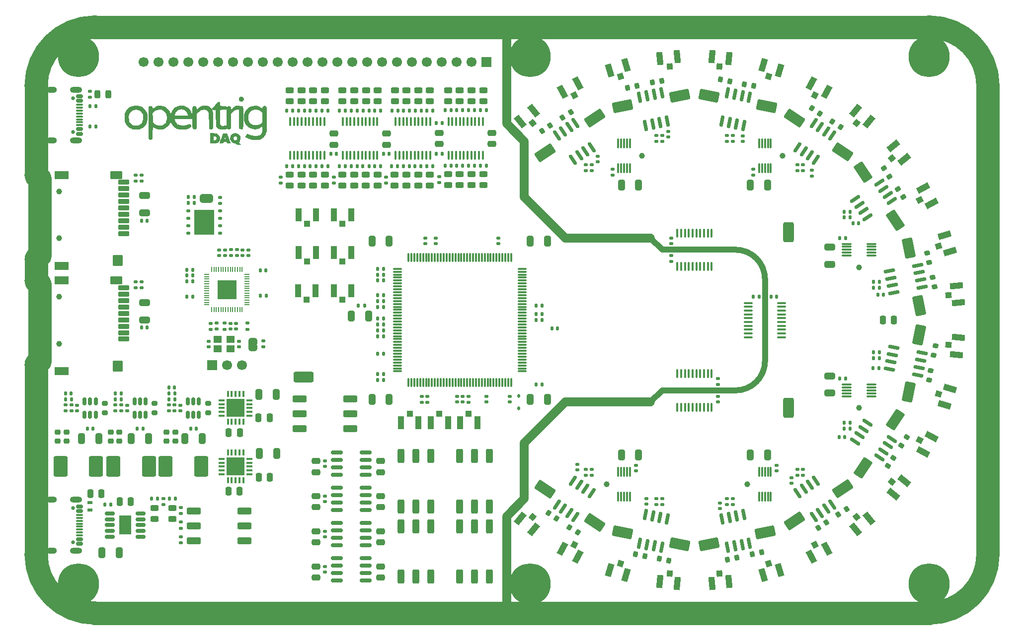
<source format=gts>
%TF.GenerationSoftware,KiCad,Pcbnew,9.0.2-9.0.2-0~ubuntu24.04.1*%
%TF.CreationDate,2025-07-21T15:48:31-04:00*%
%TF.ProjectId,digital,64696769-7461-46c2-9e6b-696361645f70,rev?*%
%TF.SameCoordinates,Original*%
%TF.FileFunction,Soldermask,Top*%
%TF.FilePolarity,Negative*%
%FSLAX46Y46*%
G04 Gerber Fmt 4.6, Leading zero omitted, Abs format (unit mm)*
G04 Created by KiCad (PCBNEW 9.0.2-9.0.2-0~ubuntu24.04.1) date 2025-07-21 15:48:31*
%MOMM*%
%LPD*%
G01*
G04 APERTURE LIST*
G04 Aperture macros list*
%AMRoundRect*
0 Rectangle with rounded corners*
0 $1 Rounding radius*
0 $2 $3 $4 $5 $6 $7 $8 $9 X,Y pos of 4 corners*
0 Add a 4 corners polygon primitive as box body*
4,1,4,$2,$3,$4,$5,$6,$7,$8,$9,$2,$3,0*
0 Add four circle primitives for the rounded corners*
1,1,$1+$1,$2,$3*
1,1,$1+$1,$4,$5*
1,1,$1+$1,$6,$7*
1,1,$1+$1,$8,$9*
0 Add four rect primitives between the rounded corners*
20,1,$1+$1,$2,$3,$4,$5,0*
20,1,$1+$1,$4,$5,$6,$7,0*
20,1,$1+$1,$6,$7,$8,$9,0*
20,1,$1+$1,$8,$9,$2,$3,0*%
%AMRotRect*
0 Rectangle, with rotation*
0 The origin of the aperture is its center*
0 $1 length*
0 $2 width*
0 $3 Rotation angle, in degrees counterclockwise*
0 Add horizontal line*
21,1,$1,$2,0,0,$3*%
%AMFreePoly0*
4,1,23,0.500000,-0.750000,0.000000,-0.750000,0.000000,-0.745722,-0.065263,-0.745722,-0.191342,-0.711940,-0.304381,-0.646677,-0.396677,-0.554381,-0.461940,-0.441342,-0.495722,-0.315263,-0.495722,-0.250000,-0.500000,-0.250000,-0.500000,0.250000,-0.495722,0.250000,-0.495722,0.315263,-0.461940,0.441342,-0.396677,0.554381,-0.304381,0.646677,-0.191342,0.711940,-0.065263,0.745722,0.000000,0.745722,
0.000000,0.750000,0.500000,0.750000,0.500000,-0.750000,0.500000,-0.750000,$1*%
%AMFreePoly1*
4,1,23,0.000000,0.745722,0.065263,0.745722,0.191342,0.711940,0.304381,0.646677,0.396677,0.554381,0.461940,0.441342,0.495722,0.315263,0.495722,0.250000,0.500000,0.250000,0.500000,-0.250000,0.495722,-0.250000,0.495722,-0.315263,0.461940,-0.441342,0.396677,-0.554381,0.304381,-0.646677,0.191342,-0.711940,0.065263,-0.745722,0.000000,-0.745722,0.000000,-0.750000,-0.500000,-0.750000,
-0.500000,0.750000,0.000000,0.750000,0.000000,0.745722,0.000000,0.745722,$1*%
G04 Aperture macros list end*
%ADD10C,4.000000*%
%ADD11C,1.500000*%
%ADD12C,1.000000*%
%ADD13C,0.000000*%
%ADD14C,0.650000*%
%ADD15RoundRect,0.150000X-0.425000X0.150000X-0.425000X-0.150000X0.425000X-0.150000X0.425000X0.150000X0*%
%ADD16RoundRect,0.075000X-0.500000X0.075000X-0.500000X-0.075000X0.500000X-0.075000X0.500000X0.075000X0*%
%ADD17O,2.100000X1.000000*%
%ADD18O,1.800000X1.000000*%
%ADD19RoundRect,0.200000X-0.142507X-0.308734X0.249807X-0.230698X0.142507X0.308734X-0.249807X0.230698X0*%
%ADD20RoundRect,0.250000X-1.295330X-0.920391X1.548947X-0.354629X1.295330X0.920391X-1.548947X0.354629X0*%
%ADD21RoundRect,0.200000X-0.117540X0.319076X-0.339768X-0.013512X0.117540X-0.319076X0.339768X0.013512X0*%
%ADD22RoundRect,0.150000X-0.308067X0.779884X0.013832X-0.838411X0.308067X-0.779884X-0.013832X0.838411X0*%
%ADD23RoundRect,0.250000X1.295330X0.920391X-1.548947X0.354629X-1.295330X-0.920391X1.548947X-0.354629X0*%
%ADD24RotRect,1.000000X1.050000X5.625000*%
%ADD25RotRect,1.050000X2.200000X5.625000*%
%ADD26RotRect,1.000000X1.050000X39.375000*%
%ADD27RotRect,1.050000X2.200000X39.375000*%
%ADD28RotRect,1.000000X1.050000X163.125000*%
%ADD29RotRect,1.050000X2.200000X163.125000*%
%ADD30RotRect,1.000000X1.050000X50.625000*%
%ADD31RotRect,1.050000X2.200000X50.625000*%
%ADD32RoundRect,0.087500X0.087500X-0.725000X0.087500X0.725000X-0.087500X0.725000X-0.087500X-0.725000X0*%
%ADD33RoundRect,0.140000X-0.140000X-0.170000X0.140000X-0.170000X0.140000X0.170000X-0.140000X0.170000X0*%
%ADD34RoundRect,0.250000X-0.325000X-0.650000X0.325000X-0.650000X0.325000X0.650000X-0.325000X0.650000X0*%
%ADD35RoundRect,0.200000X0.319076X0.117540X-0.013512X0.339768X-0.319076X-0.117540X0.013512X-0.339768X0*%
%ADD36RoundRect,0.250000X-1.346032X0.844510X0.265122X-1.566752X1.346032X-0.844510X-0.265122X1.566752X0*%
%ADD37RoundRect,0.135000X0.185000X-0.135000X0.185000X0.135000X-0.185000X0.135000X-0.185000X-0.135000X0*%
%ADD38RoundRect,0.200000X-0.339768X0.013512X-0.117540X-0.319076X0.339768X-0.013512X0.117540X0.319076X0*%
%ADD39RoundRect,0.200000X0.249807X0.230698X-0.142507X0.308734X-0.249807X-0.230698X0.142507X-0.308734X0*%
%ADD40RoundRect,0.135000X0.135000X0.185000X-0.135000X0.185000X-0.135000X-0.185000X0.135000X-0.185000X0*%
%ADD41RoundRect,0.087500X-0.087500X0.725000X-0.087500X-0.725000X0.087500X-0.725000X0.087500X0.725000X0*%
%ADD42RoundRect,0.135000X-0.185000X0.135000X-0.185000X-0.135000X0.185000X-0.135000X0.185000X0.135000X0*%
%ADD43RoundRect,0.140000X0.170000X-0.140000X0.170000X0.140000X-0.170000X0.140000X-0.170000X-0.140000X0*%
%ADD44RotRect,1.000000X1.050000X118.125000*%
%ADD45RotRect,1.050000X2.200000X118.125000*%
%ADD46RoundRect,0.250000X-0.250000X-0.475000X0.250000X-0.475000X0.250000X0.475000X-0.250000X0.475000X0*%
%ADD47RoundRect,0.200000X-0.308734X0.142507X-0.230698X-0.249807X0.308734X-0.142507X0.230698X0.249807X0*%
%ADD48RoundRect,0.250000X0.265122X1.566752X-1.346032X-0.844510X-0.265122X-1.566752X1.346032X0.844510X0*%
%ADD49RotRect,1.000000X1.050000X208.125000*%
%ADD50RotRect,1.050000X2.200000X208.125000*%
%ADD51RoundRect,0.100000X-0.637500X-0.100000X0.637500X-0.100000X0.637500X0.100000X-0.637500X0.100000X0*%
%ADD52RoundRect,0.200000X0.117540X-0.319076X0.339768X0.013512X-0.117540X0.319076X-0.339768X-0.013512X0*%
%ADD53C,4.700000*%
%ADD54C,7.000000*%
%ADD55RoundRect,0.140000X-0.170000X0.140000X-0.170000X-0.140000X0.170000X-0.140000X0.170000X0.140000X0*%
%ADD56RoundRect,0.250000X0.844510X1.346032X-1.566752X-0.265122X-0.844510X-1.346032X1.566752X0.265122X0*%
%ADD57RoundRect,0.250000X-0.844510X-1.346032X1.566752X0.265122X0.844510X1.346032X-1.566752X-0.265122X0*%
%ADD58RotRect,1.000000X1.050000X151.875000*%
%ADD59RotRect,1.050000X2.200000X151.875000*%
%ADD60RotRect,1.000000X1.050000X343.125000*%
%ADD61RotRect,1.050000X2.200000X343.125000*%
%ADD62RoundRect,0.150000X-0.583066X0.602627X0.333625X-0.769298X0.583066X-0.602627X-0.333625X0.769298X0*%
%ADD63RoundRect,0.150000X0.333625X0.769298X-0.583066X-0.602627X-0.333625X-0.769298X0.583066X0.602627X0*%
%ADD64RoundRect,0.087500X-0.725000X-0.087500X0.725000X-0.087500X0.725000X0.087500X-0.725000X0.087500X0*%
%ADD65RotRect,1.000000X1.050000X185.625000*%
%ADD66RotRect,1.050000X2.200000X185.625000*%
%ADD67RoundRect,0.250000X0.650000X-1.450000X0.650000X1.450000X-0.650000X1.450000X-0.650000X-1.450000X0*%
%ADD68RotRect,1.000000X1.050000X84.375000*%
%ADD69RotRect,1.050000X2.200000X84.375000*%
%ADD70RoundRect,0.200000X0.339768X-0.013512X0.117540X0.319076X-0.339768X0.013512X-0.117540X-0.319076X0*%
%ADD71RoundRect,0.250000X1.548947X0.354629X-1.295330X0.920391X-1.548947X-0.354629X1.295330X-0.920391X0*%
%ADD72C,1.000000*%
%ADD73RotRect,1.000000X1.050000X354.375000*%
%ADD74RotRect,1.050000X2.200000X354.375000*%
%ADD75RoundRect,0.250000X-0.354629X1.548947X-0.920391X-1.295330X0.354629X-1.548947X0.920391X1.295330X0*%
%ADD76RoundRect,0.100000X0.100000X-0.637500X0.100000X0.637500X-0.100000X0.637500X-0.100000X-0.637500X0*%
%ADD77RoundRect,0.200000X0.013512X0.339768X-0.319076X0.117540X-0.013512X-0.339768X0.319076X-0.117540X0*%
%ADD78RotRect,1.000000X1.050000X28.125000*%
%ADD79RotRect,1.050000X2.200000X28.125000*%
%ADD80RoundRect,0.200000X0.142507X0.308734X-0.249807X0.230698X-0.142507X-0.308734X0.249807X-0.230698X0*%
%ADD81RoundRect,0.250000X-1.548947X-0.354629X1.295330X-0.920391X1.548947X0.354629X-1.295330X0.920391X0*%
%ADD82RoundRect,0.250000X1.566752X-0.265122X-0.844510X1.346032X-1.566752X0.265122X0.844510X-1.346032X0*%
%ADD83RotRect,1.000000X1.050000X196.875000*%
%ADD84RotRect,1.050000X2.200000X196.875000*%
%ADD85RotRect,1.000000X1.050000X129.375000*%
%ADD86RotRect,1.050000X2.200000X129.375000*%
%ADD87RoundRect,0.250000X-0.920391X1.295330X-0.354629X-1.548947X0.920391X-1.295330X0.354629X1.548947X0*%
%ADD88RoundRect,0.200000X-0.319076X-0.117540X0.013512X-0.339768X0.319076X0.117540X-0.013512X0.339768X0*%
%ADD89RoundRect,0.250000X-0.650000X0.325000X-0.650000X-0.325000X0.650000X-0.325000X0.650000X0.325000X0*%
%ADD90RoundRect,0.250000X-1.566752X0.265122X0.844510X-1.346032X1.566752X-0.265122X-0.844510X1.346032X0*%
%ADD91RoundRect,0.200000X-0.013512X-0.339768X0.319076X-0.117540X0.013512X0.339768X-0.319076X0.117540X0*%
%ADD92RoundRect,0.112500X-0.112500X0.187500X-0.112500X-0.187500X0.112500X-0.187500X0.112500X0.187500X0*%
%ADD93RoundRect,0.200000X0.308734X-0.142507X0.230698X0.249807X-0.308734X0.142507X-0.230698X-0.249807X0*%
%ADD94RotRect,1.000000X1.050000X219.375000*%
%ADD95RotRect,1.050000X2.200000X219.375000*%
%ADD96RoundRect,0.200000X0.230698X-0.249807X0.308734X0.142507X-0.230698X0.249807X-0.308734X-0.142507X0*%
%ADD97RotRect,1.000000X1.050000X331.875000*%
%ADD98RotRect,1.050000X2.200000X331.875000*%
%ADD99RotRect,1.000000X1.050000X95.625000*%
%ADD100RotRect,1.050000X2.200000X95.625000*%
%ADD101RoundRect,0.150000X0.602627X0.583066X-0.769298X-0.333625X-0.602627X-0.583066X0.769298X0.333625X0*%
%ADD102RoundRect,0.150000X0.308067X-0.779884X-0.013832X0.838411X-0.308067X0.779884X0.013832X-0.838411X0*%
%ADD103RoundRect,0.200000X-0.230698X0.249807X-0.308734X-0.142507X0.230698X-0.249807X0.308734X0.142507X0*%
%ADD104RoundRect,0.150000X-0.013832X-0.838411X0.308067X0.779884X0.013832X0.838411X-0.308067X-0.779884X0*%
%ADD105RotRect,1.000000X1.050000X16.875000*%
%ADD106RotRect,1.050000X2.200000X16.875000*%
%ADD107RoundRect,0.250000X-0.650000X1.450000X-0.650000X-1.450000X0.650000X-1.450000X0.650000X1.450000X0*%
%ADD108RoundRect,0.140000X0.140000X0.170000X-0.140000X0.170000X-0.140000X-0.170000X0.140000X-0.170000X0*%
%ADD109RoundRect,0.250000X0.325000X0.650000X-0.325000X0.650000X-0.325000X-0.650000X0.325000X-0.650000X0*%
%ADD110RotRect,1.000000X1.050000X73.125000*%
%ADD111RotRect,1.050000X2.200000X73.125000*%
%ADD112RotRect,1.000000X1.050000X174.375000*%
%ADD113RotRect,1.050000X2.200000X174.375000*%
%ADD114RotRect,1.000000X1.050000X320.625000*%
%ADD115RotRect,1.050000X2.200000X320.625000*%
%ADD116RoundRect,0.135000X-0.135000X-0.185000X0.135000X-0.185000X0.135000X0.185000X-0.135000X0.185000X0*%
%ADD117RoundRect,0.150000X0.779884X0.308067X-0.838411X-0.013832X-0.779884X-0.308067X0.838411X0.013832X0*%
%ADD118RoundRect,0.100000X-0.100000X0.637500X-0.100000X-0.637500X0.100000X-0.637500X0.100000X0.637500X0*%
%ADD119RoundRect,0.150000X0.583066X-0.602627X-0.333625X0.769298X-0.583066X0.602627X0.333625X-0.769298X0*%
%ADD120RoundRect,0.200000X-0.249807X-0.230698X0.142507X-0.308734X0.249807X0.230698X-0.142507X0.308734X0*%
%ADD121RoundRect,0.150000X0.838411X-0.013832X-0.779884X0.308067X-0.838411X0.013832X0.779884X-0.308067X0*%
%ADD122RoundRect,0.150000X-0.333625X-0.769298X0.583066X0.602627X0.333625X0.769298X-0.583066X-0.602627X0*%
%ADD123RotRect,1.000000X1.050000X106.875000*%
%ADD124RotRect,1.050000X2.200000X106.875000*%
%ADD125RotRect,1.000000X1.050000X61.875000*%
%ADD126RotRect,1.050000X2.200000X61.875000*%
%ADD127RoundRect,0.150000X0.013832X0.838411X-0.308067X-0.779884X-0.013832X-0.838411X0.308067X0.779884X0*%
%ADD128RotRect,1.000000X1.050000X140.625000*%
%ADD129RotRect,1.050000X2.200000X140.625000*%
%ADD130RoundRect,0.150000X0.769298X-0.333625X-0.602627X0.583066X-0.769298X0.333625X0.602627X-0.583066X0*%
%ADD131RoundRect,0.243750X-0.456250X0.243750X-0.456250X-0.243750X0.456250X-0.243750X0.456250X0.243750X0*%
%ADD132RoundRect,0.243750X0.456250X-0.243750X0.456250X0.243750X-0.456250X0.243750X-0.456250X-0.243750X0*%
%ADD133RoundRect,0.250000X-0.475000X0.250000X-0.475000X-0.250000X0.475000X-0.250000X0.475000X0.250000X0*%
%ADD134RoundRect,0.250000X-0.970000X-0.310000X0.970000X-0.310000X0.970000X0.310000X-0.970000X0.310000X0*%
%ADD135RoundRect,0.125000X-0.250000X-0.125000X0.250000X-0.125000X0.250000X0.125000X-0.250000X0.125000X0*%
%ADD136R,3.400000X4.300000*%
%ADD137RoundRect,0.200000X0.275000X-0.200000X0.275000X0.200000X-0.275000X0.200000X-0.275000X-0.200000X0*%
%ADD138RoundRect,0.225000X-0.250000X0.225000X-0.250000X-0.225000X0.250000X-0.225000X0.250000X0.225000X0*%
%ADD139RoundRect,0.250000X0.970000X0.310000X-0.970000X0.310000X-0.970000X-0.310000X0.970000X-0.310000X0*%
%ADD140RoundRect,0.250000X0.310000X-0.970000X0.310000X0.970000X-0.310000X0.970000X-0.310000X-0.970000X0*%
%ADD141R,1.000000X1.050000*%
%ADD142R,1.050000X2.200000*%
%ADD143RoundRect,0.050000X0.350000X-0.225000X0.350000X0.225000X-0.350000X0.225000X-0.350000X-0.225000X0*%
%ADD144RoundRect,0.150000X-0.825000X-0.150000X0.825000X-0.150000X0.825000X0.150000X-0.825000X0.150000X0*%
%ADD145RoundRect,0.150000X0.150000X-0.512500X0.150000X0.512500X-0.150000X0.512500X-0.150000X-0.512500X0*%
%ADD146RoundRect,0.250000X0.250000X0.475000X-0.250000X0.475000X-0.250000X-0.475000X0.250000X-0.475000X0*%
%ADD147RoundRect,0.087500X-0.087500X0.425000X-0.087500X-0.425000X0.087500X-0.425000X0.087500X0.425000X0*%
%ADD148RoundRect,0.087500X-0.425000X0.087500X-0.425000X-0.087500X0.425000X-0.087500X0.425000X0.087500X0*%
%ADD149R,3.150000X3.150000*%
%ADD150RoundRect,0.102000X-0.800000X0.350000X-0.800000X-0.350000X0.800000X-0.350000X0.800000X0.350000X0*%
%ADD151RoundRect,0.102000X-0.900000X0.600000X-0.900000X-0.600000X0.900000X-0.600000X0.900000X0.600000X0*%
%ADD152RoundRect,0.102000X-1.100000X0.600000X-1.100000X-0.600000X1.100000X-0.600000X1.100000X0.600000X0*%
%ADD153RoundRect,0.102000X-0.750000X0.800000X-0.750000X-0.800000X0.750000X-0.800000X0.750000X0.800000X0*%
%ADD154RoundRect,0.250000X0.475000X-0.250000X0.475000X0.250000X-0.475000X0.250000X-0.475000X-0.250000X0*%
%ADD155RoundRect,0.243750X0.243750X0.456250X-0.243750X0.456250X-0.243750X-0.456250X0.243750X-0.456250X0*%
%ADD156FreePoly0,180.000000*%
%ADD157FreePoly1,180.000000*%
%ADD158R,1.400000X1.200000*%
%ADD159RoundRect,0.250000X-1.450000X-0.650000X1.450000X-0.650000X1.450000X0.650000X-1.450000X0.650000X0*%
%ADD160RoundRect,0.250000X0.650000X-0.325000X0.650000X0.325000X-0.650000X0.325000X-0.650000X-0.325000X0*%
%ADD161RoundRect,0.050000X-0.387500X-0.050000X0.387500X-0.050000X0.387500X0.050000X-0.387500X0.050000X0*%
%ADD162RoundRect,0.050000X-0.050000X-0.387500X0.050000X-0.387500X0.050000X0.387500X-0.050000X0.387500X0*%
%ADD163R,3.200000X3.200000*%
%ADD164R,1.700000X1.700000*%
%ADD165C,1.700000*%
%ADD166RoundRect,0.250000X0.925000X1.500000X-0.925000X1.500000X-0.925000X-1.500000X0.925000X-1.500000X0*%
%ADD167RoundRect,0.075000X-0.075000X0.662500X-0.075000X-0.662500X0.075000X-0.662500X0.075000X0.662500X0*%
%ADD168RoundRect,0.075000X-0.662500X0.075000X-0.662500X-0.075000X0.662500X-0.075000X0.662500X0.075000X0*%
%ADD169RoundRect,0.150000X-0.687500X-0.150000X0.687500X-0.150000X0.687500X0.150000X-0.687500X0.150000X0*%
%ADD170R,2.100000X3.300000*%
%ADD171FreePoly0,90.000000*%
%ADD172FreePoly1,90.000000*%
G04 APERTURE END LIST*
D10*
X53100000Y-75600000D02*
G75*
G02*
X52800000Y-75300000I0J300000D01*
G01*
X53100000Y-93600000D02*
G75*
G02*
X53400000Y-93900000I0J-300000D01*
G01*
X205000000Y-50000000D02*
G75*
G02*
X215000000Y-60000000I0J-10000000D01*
G01*
X53400000Y-107000000D02*
G75*
G02*
X53100000Y-107300000I-300000J0D01*
G01*
X62800000Y-150000000D02*
X205000000Y-150000000D01*
X53100000Y-75600000D02*
G75*
G02*
X53400000Y-75900000I0J-300000D01*
G01*
X53400000Y-93900000D02*
X53400000Y-107000000D01*
X53400000Y-89000000D02*
G75*
G02*
X53100000Y-89300000I-300000J0D01*
G01*
D11*
X136000000Y-130500000D02*
X133000000Y-133500000D01*
D12*
X172000000Y-88000000D02*
G75*
G02*
X177000000Y-93000000I0J-5000000D01*
G01*
X177000000Y-93000000D02*
X177000000Y-107000000D01*
D10*
X52800000Y-89600000D02*
X52800000Y-93300000D01*
D12*
X177000000Y-107000000D02*
G75*
G02*
X172000000Y-112000000I-5000000J0D01*
G01*
D11*
X136000000Y-130500000D02*
X136000000Y-121000000D01*
D10*
X53400000Y-75900000D02*
X53400000Y-89000000D01*
X52800000Y-107600000D02*
X52800000Y-140000000D01*
X52800000Y-89600000D02*
G75*
G02*
X53100000Y-89300000I300000J0D01*
G01*
X62800000Y-150000000D02*
G75*
G02*
X52800000Y-140000000I0J10000000D01*
G01*
D11*
X143000000Y-114000000D02*
X157500000Y-114000000D01*
D12*
X159500000Y-112000000D02*
X172000000Y-112000000D01*
D11*
X136000000Y-79000000D02*
X143000000Y-86000000D01*
D12*
X159500000Y-88000000D02*
X172000000Y-88000000D01*
D11*
X133000000Y-50000000D02*
X133000000Y-66500000D01*
X133000000Y-66500000D02*
X136000000Y-69500000D01*
X143500000Y-86000000D02*
X157500000Y-86000000D01*
X136000000Y-69500000D02*
X136000000Y-79000000D01*
D10*
X52800000Y-60000000D02*
X52800000Y-75300000D01*
X52800000Y-107600000D02*
G75*
G02*
X53100000Y-107300000I300000J0D01*
G01*
X215000000Y-140000000D02*
G75*
G02*
X205000000Y-150000000I-10000000J0D01*
G01*
X52800000Y-60000000D02*
G75*
G02*
X62800000Y-50000000I10000000J0D01*
G01*
X215000000Y-140000000D02*
X215000000Y-60000000D01*
D12*
X159500000Y-112000000D02*
X157500000Y-114000000D01*
D11*
X133000000Y-133500000D02*
X133000000Y-150000000D01*
D10*
X205000000Y-50000000D02*
X62800000Y-50000000D01*
X53100000Y-93600000D02*
G75*
G02*
X52800000Y-93300000I0J300000D01*
G01*
D11*
X136000000Y-121000000D02*
X143000000Y-114000000D01*
D12*
X159500000Y-88000000D02*
X157500000Y-86000000D01*
D13*
%TO.C,G\u002A\u002A\u002A*%
G36*
X87030583Y-68126965D02*
G01*
X87243348Y-68214148D01*
X87424131Y-68373096D01*
X87439022Y-68390465D01*
X87589153Y-68639579D01*
X87652842Y-68914516D01*
X87628970Y-69194692D01*
X87516416Y-69459526D01*
X87498658Y-69486713D01*
X87382375Y-69658064D01*
X87552271Y-69880570D01*
X87722167Y-70103076D01*
X87361424Y-70103076D01*
X87173897Y-70100451D01*
X87060057Y-70088112D01*
X86995945Y-70059365D01*
X86957604Y-70007514D01*
X86948051Y-69987565D01*
X86895668Y-69914012D01*
X86804439Y-69872001D01*
X86645210Y-69848012D01*
X86378666Y-69776539D01*
X86152271Y-69627502D01*
X85981372Y-69417831D01*
X85881316Y-69164452D01*
X85861538Y-68983587D01*
X85862931Y-68974157D01*
X86447692Y-68974157D01*
X86486385Y-69147776D01*
X86587454Y-69267486D01*
X86728384Y-69321089D01*
X86886662Y-69296386D01*
X86962342Y-69253018D01*
X87029758Y-69151370D01*
X87057124Y-69001089D01*
X87043417Y-68843098D01*
X86987612Y-68718321D01*
X86976039Y-68705489D01*
X86844979Y-68631818D01*
X86701978Y-68636168D01*
X86571715Y-68705990D01*
X86478868Y-68828736D01*
X86447692Y-68974157D01*
X85862931Y-68974157D01*
X85904835Y-68690383D01*
X86027803Y-68445257D01*
X86220063Y-68258419D01*
X86471232Y-68140077D01*
X86759698Y-68100384D01*
X87030583Y-68126965D01*
G37*
G36*
X82967404Y-68101457D02*
G01*
X83303751Y-68117105D01*
X83563814Y-68165887D01*
X83764956Y-68253130D01*
X83924545Y-68384159D01*
X83938310Y-68399229D01*
X84076389Y-68621942D01*
X84135922Y-68875479D01*
X84120616Y-69137955D01*
X84034183Y-69387490D01*
X83880329Y-69602199D01*
X83712142Y-69733635D01*
X83608288Y-69782375D01*
X83479242Y-69815440D01*
X83301802Y-69836763D01*
X83052768Y-69850275D01*
X83016250Y-69851583D01*
X82491154Y-69869652D01*
X82491154Y-69321538D01*
X83077308Y-69321538D01*
X83220301Y-69321538D01*
X83372148Y-69278316D01*
X83468349Y-69187982D01*
X83546356Y-69025832D01*
X83541599Y-68867325D01*
X83464713Y-68735517D01*
X83326333Y-68653465D01*
X83214510Y-68637692D01*
X83077308Y-68637692D01*
X83077308Y-68979615D01*
X83077308Y-69321538D01*
X82491154Y-69321538D01*
X82491154Y-68985018D01*
X82491154Y-68979615D01*
X82491154Y-68100384D01*
X82967404Y-68101457D01*
G37*
G36*
X85647766Y-68977117D02*
G01*
X85745949Y-69246546D01*
X85831422Y-69482532D01*
X85898949Y-69670507D01*
X85943297Y-69795900D01*
X85959231Y-69844137D01*
X85914698Y-69851684D01*
X85798343Y-69856990D01*
X85647026Y-69858845D01*
X85476638Y-69855980D01*
X85379340Y-69841553D01*
X85330573Y-69806815D01*
X85305773Y-69743019D01*
X85304172Y-69736730D01*
X85277446Y-69666313D01*
X85225080Y-69629801D01*
X85120269Y-69616268D01*
X85004591Y-69614615D01*
X84846819Y-69619294D01*
X84758155Y-69640668D01*
X84710181Y-69689742D01*
X84689231Y-69736730D01*
X84654265Y-69804977D01*
X84597820Y-69841663D01*
X84493077Y-69856398D01*
X84348517Y-69858845D01*
X84193967Y-69853327D01*
X84088124Y-69838977D01*
X84056171Y-69822211D01*
X84072955Y-69766698D01*
X84118390Y-69634878D01*
X84187052Y-69441998D01*
X84273518Y-69203308D01*
X84312144Y-69098039D01*
X84901368Y-69098039D01*
X84957476Y-69124747D01*
X84998867Y-69126153D01*
X85075993Y-69119483D01*
X85098073Y-69081127D01*
X85075845Y-68983562D01*
X85066498Y-68952798D01*
X85025907Y-68851296D01*
X84987957Y-68837992D01*
X84945255Y-68915916D01*
X84911655Y-69016249D01*
X84901368Y-69098039D01*
X84312144Y-69098039D01*
X84364559Y-68955192D01*
X84671007Y-68124807D01*
X85003654Y-68124807D01*
X85336301Y-68124807D01*
X85647766Y-68977117D01*
G37*
G36*
X84068799Y-62751013D02*
G01*
X84106789Y-62787844D01*
X84127168Y-62869820D01*
X84138170Y-63018851D01*
X84141763Y-63101477D01*
X84156026Y-63451225D01*
X84670876Y-63467823D01*
X84912032Y-63478406D01*
X85073832Y-63493803D01*
X85174596Y-63517243D01*
X85232647Y-63551951D01*
X85247819Y-63569448D01*
X85298855Y-63624816D01*
X85346862Y-63609802D01*
X85397911Y-63557237D01*
X85528316Y-63478389D01*
X85692179Y-63462992D01*
X85848707Y-63511008D01*
X85910385Y-63557692D01*
X85990570Y-63703084D01*
X86008077Y-63855295D01*
X86008077Y-64055206D01*
X86264519Y-63823665D01*
X86427289Y-63689578D01*
X86595399Y-63571331D01*
X86716346Y-63502711D01*
X86857486Y-63456719D01*
X87029788Y-63425912D01*
X87203525Y-63412274D01*
X87348971Y-63417787D01*
X87436402Y-63444434D01*
X87445384Y-63454086D01*
X87505576Y-63474765D01*
X87627126Y-63477476D01*
X87693694Y-63472022D01*
X87858636Y-63466581D01*
X87968148Y-63501208D01*
X88011966Y-63534352D01*
X88036924Y-63560515D01*
X88057166Y-63595737D01*
X88073185Y-63649725D01*
X88085473Y-63732188D01*
X88094523Y-63852832D01*
X88100829Y-64021366D01*
X88104882Y-64247497D01*
X88107177Y-64540933D01*
X88108205Y-64911381D01*
X88108459Y-65368550D01*
X88108461Y-65434970D01*
X88108310Y-65933085D01*
X88106870Y-66342253D01*
X88102667Y-66671223D01*
X88094222Y-66928740D01*
X88080059Y-67123551D01*
X88058702Y-67264402D01*
X88028675Y-67360041D01*
X87988499Y-67419213D01*
X87936699Y-67450665D01*
X87871798Y-67463143D01*
X87792320Y-67465395D01*
X87765671Y-67465384D01*
X87585727Y-67435708D01*
X87475364Y-67358481D01*
X87447884Y-67325390D01*
X87425982Y-67284454D01*
X87409027Y-67225034D01*
X87396386Y-67136489D01*
X87387429Y-67008179D01*
X87381523Y-66829462D01*
X87378038Y-66589699D01*
X87376342Y-66278250D01*
X87375803Y-65884473D01*
X87375769Y-65680459D01*
X87375769Y-64109340D01*
X87119327Y-64131356D01*
X86765194Y-64209884D01*
X86439315Y-64380481D01*
X86216947Y-64567404D01*
X86008077Y-64776274D01*
X86008077Y-66023137D01*
X86007707Y-66405381D01*
X86006011Y-66701996D01*
X86002115Y-66925042D01*
X85995141Y-67086582D01*
X85984213Y-67198676D01*
X85968455Y-67273387D01*
X85946990Y-67322775D01*
X85918942Y-67358903D01*
X85910385Y-67367692D01*
X85781701Y-67441070D01*
X85620513Y-67463946D01*
X85470128Y-67434409D01*
X85402462Y-67390099D01*
X85342783Y-67345408D01*
X85275475Y-67349602D01*
X85166954Y-67402310D01*
X85054063Y-67448162D01*
X84905160Y-67475629D01*
X84696400Y-67488047D01*
X84542692Y-67489672D01*
X84212636Y-67472760D01*
X83958528Y-67417736D01*
X83763793Y-67317841D01*
X83611852Y-67166316D01*
X83558480Y-67088345D01*
X83524851Y-67031437D01*
X83498369Y-66973404D01*
X83478028Y-66902147D01*
X83462821Y-66805568D01*
X83451743Y-66671568D01*
X83443787Y-66488048D01*
X83437946Y-66242910D01*
X83433215Y-65924055D01*
X83428678Y-65527795D01*
X83426650Y-65341522D01*
X84151923Y-65341522D01*
X84154462Y-65797730D01*
X84162059Y-66159033D01*
X84174683Y-66424715D01*
X84192303Y-66594057D01*
X84207827Y-66655406D01*
X84317614Y-66784836D01*
X84495840Y-66849024D01*
X84736290Y-66845743D01*
X84738077Y-66845491D01*
X84914985Y-66825512D01*
X85081676Y-66814520D01*
X85116635Y-66813825D01*
X85275385Y-66813290D01*
X85275385Y-65424496D01*
X85275073Y-65020052D01*
X85273707Y-64703129D01*
X85270642Y-64463555D01*
X85265235Y-64291161D01*
X85256839Y-64175773D01*
X85244810Y-64107223D01*
X85228504Y-64075338D01*
X85207275Y-64069948D01*
X85189904Y-64076130D01*
X85105768Y-64095291D01*
X84950206Y-64113462D01*
X84749469Y-64127963D01*
X84628173Y-64133446D01*
X84151923Y-64150333D01*
X84151923Y-65341522D01*
X83426650Y-65341522D01*
X83413702Y-64151936D01*
X83383153Y-64150333D01*
X83103884Y-64135679D01*
X82794067Y-64119422D01*
X82874630Y-64265961D01*
X82898550Y-64321490D01*
X82917729Y-64399071D01*
X82932846Y-64509893D01*
X82944581Y-64665146D01*
X82953612Y-64876022D01*
X82960619Y-65153710D01*
X82966281Y-65509401D01*
X82970101Y-65838552D01*
X82974163Y-66249409D01*
X82976359Y-66573774D01*
X82976061Y-66822841D01*
X82972643Y-67007803D01*
X82965477Y-67139854D01*
X82953938Y-67230185D01*
X82937398Y-67289991D01*
X82915231Y-67330464D01*
X82886809Y-67362797D01*
X82884620Y-67364994D01*
X82744832Y-67443651D01*
X82570147Y-67462925D01*
X82405226Y-67420133D01*
X82366163Y-67396142D01*
X82337874Y-67370169D01*
X82315456Y-67330773D01*
X82297948Y-67266632D01*
X82284387Y-67166420D01*
X82273813Y-67018815D01*
X82265265Y-66812492D01*
X82257779Y-66536128D01*
X82250396Y-66178399D01*
X82246923Y-65991815D01*
X82239107Y-65591257D01*
X82231347Y-65275963D01*
X82222631Y-65033512D01*
X82211945Y-64851481D01*
X82198273Y-64717450D01*
X82180602Y-64618995D01*
X82157917Y-64543696D01*
X82129206Y-64479129D01*
X82122341Y-64465821D01*
X81983734Y-64274641D01*
X81800710Y-64157302D01*
X81560218Y-64107630D01*
X81367303Y-64108680D01*
X81120160Y-64140221D01*
X80911364Y-64208758D01*
X80711619Y-64328385D01*
X80491628Y-64513198D01*
X80454660Y-64547804D01*
X80195385Y-64793016D01*
X80195385Y-66000497D01*
X80194999Y-66376211D01*
X80193204Y-66666842D01*
X80189045Y-66884999D01*
X80181567Y-67043292D01*
X80169814Y-67154329D01*
X80152830Y-67230720D01*
X80129662Y-67285073D01*
X80099352Y-67329996D01*
X80094147Y-67336681D01*
X79960052Y-67437408D01*
X79792764Y-67470423D01*
X79628513Y-67434051D01*
X79531320Y-67362698D01*
X79497981Y-67317154D01*
X79473082Y-67254853D01*
X79455052Y-67161205D01*
X79442315Y-67021619D01*
X79433297Y-66821506D01*
X79426425Y-66546274D01*
X79423008Y-66358641D01*
X79407747Y-65457270D01*
X79309559Y-65582096D01*
X79211371Y-65706922D01*
X77821870Y-65706922D01*
X76432369Y-65706922D01*
X76462934Y-65841249D01*
X76503154Y-65970466D01*
X76566633Y-66130601D01*
X76589298Y-66181026D01*
X76759626Y-66437016D01*
X76996614Y-66630074D01*
X77290300Y-66757873D01*
X77630721Y-66818081D01*
X78007914Y-66808370D01*
X78411916Y-66726412D01*
X78623567Y-66656604D01*
X78981172Y-66523415D01*
X79112028Y-66620742D01*
X79238961Y-66753397D01*
X79268466Y-66889735D01*
X79200721Y-67029376D01*
X79035906Y-67171938D01*
X78787026Y-67310956D01*
X78412500Y-67489807D01*
X77753077Y-67488223D01*
X77471823Y-67485544D01*
X77264315Y-67477098D01*
X77106643Y-67459928D01*
X76974902Y-67431074D01*
X76845183Y-67387576D01*
X76800937Y-67370376D01*
X76517296Y-67217231D01*
X76251662Y-67000218D01*
X76029214Y-66744260D01*
X75875129Y-66474282D01*
X75861955Y-66440861D01*
X75762602Y-66174522D01*
X75629413Y-66437357D01*
X75401823Y-66791633D01*
X75118889Y-67079664D01*
X74793243Y-67297874D01*
X74437523Y-67442686D01*
X74064363Y-67510523D01*
X73686396Y-67497808D01*
X73316260Y-67400966D01*
X72966588Y-67216418D01*
X72940818Y-67198429D01*
X72697500Y-67025326D01*
X72673077Y-68031232D01*
X72648654Y-69037139D01*
X72511603Y-69154915D01*
X72390724Y-69242562D01*
X72289218Y-69264352D01*
X72184615Y-69238038D01*
X72088783Y-69184622D01*
X72025865Y-69136632D01*
X72007446Y-69115348D01*
X71991867Y-69081055D01*
X71978893Y-69026036D01*
X71968287Y-68942573D01*
X71959814Y-68822949D01*
X71953237Y-68659446D01*
X71948321Y-68444348D01*
X71944829Y-68169937D01*
X71942525Y-67828495D01*
X71941174Y-67412306D01*
X71940539Y-66913651D01*
X71940385Y-66341922D01*
X71940523Y-65756510D01*
X71941104Y-65261026D01*
X71942374Y-64847711D01*
X71943708Y-64642894D01*
X72670815Y-64642894D01*
X72684158Y-65478213D01*
X72697500Y-66313532D01*
X72941731Y-66499662D01*
X73115054Y-66615464D01*
X73299938Y-66714487D01*
X73405769Y-66757635D01*
X73640080Y-66803826D01*
X73907581Y-66810387D01*
X74167183Y-66779348D01*
X74377798Y-66712743D01*
X74384899Y-66709228D01*
X74573602Y-66588531D01*
X74757316Y-66429011D01*
X74901568Y-66262442D01*
X74944603Y-66193309D01*
X75027316Y-65966409D01*
X75076557Y-65685412D01*
X75087770Y-65389538D01*
X75064700Y-65159478D01*
X75047049Y-65080788D01*
X76434231Y-65080788D01*
X76480797Y-65092184D01*
X76611387Y-65102316D01*
X76812331Y-65110694D01*
X77069964Y-65116830D01*
X77370619Y-65120236D01*
X77552500Y-65120768D01*
X78670769Y-65120768D01*
X78624453Y-64914630D01*
X78512414Y-64613531D01*
X78334249Y-64371258D01*
X78105161Y-64192513D01*
X77840352Y-64081995D01*
X77555025Y-64044407D01*
X77264380Y-64084447D01*
X76983622Y-64206818D01*
X76795524Y-64349102D01*
X76620553Y-64547999D01*
X76515374Y-64768632D01*
X76507562Y-64793875D01*
X76466063Y-64940682D01*
X76439481Y-65048290D01*
X76434231Y-65080788D01*
X75047049Y-65080788D01*
X75008765Y-64910112D01*
X74934917Y-64722672D01*
X74825110Y-64561390D01*
X74691248Y-64419346D01*
X74437737Y-64237224D01*
X74142666Y-64134009D01*
X73821028Y-64108947D01*
X73487821Y-64161290D01*
X73158039Y-64290285D01*
X72846678Y-64495182D01*
X72825448Y-64512779D01*
X72670815Y-64642894D01*
X71943708Y-64642894D01*
X71944582Y-64508800D01*
X71947975Y-64236532D01*
X71952800Y-64023143D01*
X71959304Y-63860873D01*
X71967737Y-63741957D01*
X71978344Y-63658635D01*
X71991374Y-63603143D01*
X72007074Y-63567719D01*
X72025691Y-63544601D01*
X72029711Y-63540839D01*
X72139391Y-63484958D01*
X72283011Y-63460080D01*
X72290795Y-63459999D01*
X72472589Y-63501897D01*
X72602355Y-63625665D01*
X72663920Y-63772196D01*
X72697967Y-63899504D01*
X72941052Y-63726678D01*
X73290176Y-63534128D01*
X73660018Y-63429987D01*
X74038233Y-63410739D01*
X74412476Y-63472865D01*
X74770403Y-63612848D01*
X75099669Y-63827171D01*
X75387928Y-64112315D01*
X75622836Y-64464763D01*
X75638761Y-64495381D01*
X75714633Y-64634589D01*
X75770889Y-64719654D01*
X75796907Y-64734879D01*
X75797549Y-64729999D01*
X75830277Y-64593746D01*
X75912880Y-64412065D01*
X76029516Y-64211810D01*
X76164344Y-64019840D01*
X76301521Y-63863009D01*
X76318558Y-63846735D01*
X76530246Y-63673231D01*
X76745072Y-63553503D01*
X76987382Y-63479472D01*
X77281521Y-63443061D01*
X77557692Y-63435576D01*
X77802029Y-63438398D01*
X77978307Y-63450121D01*
X78116075Y-63475629D01*
X78244884Y-63519807D01*
X78349993Y-63566537D01*
X78671255Y-63768228D01*
X78949226Y-64042926D01*
X79168529Y-64370019D01*
X79313787Y-64728895D01*
X79353520Y-64911695D01*
X79367943Y-64980027D01*
X79380235Y-64976349D01*
X79391121Y-64894565D01*
X79401329Y-64728583D01*
X79411583Y-64472307D01*
X79413846Y-64405354D01*
X79427743Y-64077729D01*
X79448213Y-63835230D01*
X79480500Y-63665301D01*
X79529847Y-63555385D01*
X79601498Y-63492926D01*
X79700698Y-63465366D01*
X79808641Y-63459999D01*
X79989826Y-63502855D01*
X80121131Y-63621482D01*
X80189019Y-63800970D01*
X80195385Y-63885930D01*
X80195385Y-64054456D01*
X80419474Y-63857205D01*
X80696510Y-63645899D01*
X80972808Y-63511335D01*
X81283254Y-63439289D01*
X81490123Y-63420678D01*
X81860032Y-63433814D01*
X82170264Y-63518051D01*
X82431875Y-63677107D01*
X82534559Y-63771885D01*
X82688526Y-63930739D01*
X83285478Y-63326916D01*
X83511857Y-63100630D01*
X83682590Y-62937391D01*
X83808318Y-62828479D01*
X83899681Y-62765178D01*
X83967318Y-62738771D01*
X84004965Y-62737412D01*
X84068799Y-62751013D01*
G37*
G36*
X90455029Y-63448409D02*
G01*
X90820655Y-63561397D01*
X91113179Y-63726678D01*
X91356263Y-63899504D01*
X91390311Y-63772196D01*
X91475261Y-63602441D01*
X91608691Y-63493683D01*
X91766970Y-63454021D01*
X91926467Y-63491553D01*
X92016154Y-63557692D01*
X92040100Y-63584742D01*
X92059771Y-63619552D01*
X92075579Y-63671276D01*
X92087938Y-63749067D01*
X92097261Y-63862080D01*
X92103961Y-64019470D01*
X92108452Y-64230389D01*
X92111148Y-64503993D01*
X92112461Y-64849436D01*
X92112805Y-65275872D01*
X92112652Y-65694711D01*
X92111215Y-66168055D01*
X92107624Y-66607291D01*
X92102106Y-67002147D01*
X92094888Y-67342353D01*
X92086195Y-67617638D01*
X92076254Y-67817731D01*
X92065291Y-67932362D01*
X92063105Y-67943656D01*
X91930547Y-68332774D01*
X91728719Y-68668308D01*
X91466270Y-68938607D01*
X91196723Y-69110964D01*
X91066348Y-69170759D01*
X90947468Y-69210992D01*
X90814366Y-69236097D01*
X90641327Y-69250507D01*
X90402635Y-69258653D01*
X90330961Y-69260205D01*
X90025416Y-69261460D01*
X89785209Y-69249132D01*
X89578582Y-69220392D01*
X89387493Y-69176123D01*
X89132035Y-69095670D01*
X88898100Y-69000438D01*
X88703934Y-68899898D01*
X88567781Y-68803521D01*
X88507886Y-68720781D01*
X88507587Y-68719309D01*
X88515852Y-68534814D01*
X88601176Y-68375658D01*
X88669986Y-68315835D01*
X88732532Y-68280762D01*
X88797132Y-68268131D01*
X88886441Y-68281052D01*
X89023112Y-68322634D01*
X89215133Y-68390679D01*
X89639890Y-68515142D01*
X90039149Y-68575029D01*
X90401750Y-68570972D01*
X90716531Y-68503604D01*
X90972330Y-68373557D01*
X91074500Y-68285353D01*
X91230916Y-68072852D01*
X91329952Y-67810620D01*
X91376268Y-67483807D01*
X91381154Y-67308600D01*
X91381154Y-66919867D01*
X91197981Y-67063817D01*
X90843883Y-67284686D01*
X90465116Y-67411538D01*
X90065644Y-67443370D01*
X89808943Y-67414881D01*
X89402524Y-67295693D01*
X89047380Y-67101423D01*
X88748105Y-66842808D01*
X88509294Y-66530584D01*
X88335539Y-66175488D01*
X88231436Y-65788257D01*
X88202794Y-65396250D01*
X88953254Y-65396250D01*
X88979066Y-65749042D01*
X89080865Y-66065842D01*
X89252861Y-66335894D01*
X89489264Y-66548443D01*
X89784284Y-66692731D01*
X89931713Y-66731932D01*
X90220528Y-66755479D01*
X90523393Y-66721207D01*
X90792677Y-66634996D01*
X90818438Y-66622475D01*
X90984059Y-66525966D01*
X91155967Y-66407665D01*
X91196996Y-66375873D01*
X91381154Y-66227880D01*
X91381154Y-65435777D01*
X91381154Y-64643675D01*
X91188687Y-64469792D01*
X90997424Y-64309676D01*
X90828315Y-64206467D01*
X90649129Y-64148351D01*
X90427635Y-64123516D01*
X90233269Y-64119608D01*
X90007155Y-64123308D01*
X89847781Y-64138456D01*
X89724360Y-64170782D01*
X89606107Y-64226017D01*
X89578213Y-64241538D01*
X89321631Y-64433662D01*
X89136193Y-64683438D01*
X89013262Y-65002657D01*
X89009220Y-65018221D01*
X88953254Y-65396250D01*
X88202794Y-65396250D01*
X88201579Y-65379626D01*
X88250562Y-64960333D01*
X88382980Y-64541114D01*
X88486980Y-64325527D01*
X88710409Y-64011936D01*
X88996392Y-63760582D01*
X89329387Y-63575008D01*
X89693853Y-63458759D01*
X90074248Y-63415378D01*
X90455029Y-63448409D01*
G37*
G36*
X70215341Y-63440580D02*
G01*
X70399473Y-63470369D01*
X70561202Y-63520666D01*
X70738134Y-63600176D01*
X71098457Y-63829261D01*
X71391552Y-64123888D01*
X71612912Y-64474699D01*
X71758029Y-64872339D01*
X71822397Y-65307450D01*
X71801509Y-65770675D01*
X71797416Y-65799359D01*
X71688658Y-66250378D01*
X71506211Y-66639913D01*
X71251994Y-66965223D01*
X70927926Y-67223565D01*
X70723387Y-67334812D01*
X70558658Y-67406309D01*
X70410464Y-67452179D01*
X70245382Y-67479211D01*
X70029990Y-67494193D01*
X69917425Y-67498493D01*
X69652315Y-67502195D01*
X69450618Y-67490512D01*
X69278784Y-67459952D01*
X69131731Y-67416724D01*
X68743842Y-67238519D01*
X68418203Y-66985349D01*
X68156833Y-66659167D01*
X67976391Y-66300150D01*
X67906531Y-66042102D01*
X67867652Y-65724767D01*
X67861393Y-65454050D01*
X68599161Y-65454050D01*
X68599178Y-65460158D01*
X68622029Y-65804673D01*
X68693906Y-66083306D01*
X68823301Y-66319061D01*
X68983581Y-66501690D01*
X69236327Y-66682577D01*
X69535505Y-66793025D01*
X69855647Y-66828736D01*
X70171285Y-66785409D01*
X70328461Y-66728739D01*
X70624939Y-66549544D01*
X70843540Y-66314216D01*
X70985968Y-66019879D01*
X71053927Y-65663657D01*
X71060677Y-65492782D01*
X71049074Y-65183884D01*
X71007172Y-64943927D01*
X70925636Y-64746436D01*
X70795133Y-64564935D01*
X70696463Y-64459690D01*
X70454900Y-64259380D01*
X70202915Y-64142530D01*
X69911073Y-64096777D01*
X69828262Y-64094999D01*
X69482254Y-64139189D01*
X69179026Y-64268048D01*
X68927683Y-64476011D01*
X68737329Y-64757513D01*
X68734285Y-64763694D01*
X68663803Y-64922354D01*
X68622626Y-65065365D01*
X68603497Y-65230130D01*
X68599161Y-65454050D01*
X67861393Y-65454050D01*
X67859715Y-65381494D01*
X67882682Y-65045632D01*
X67936513Y-64750531D01*
X67978351Y-64619993D01*
X68177897Y-64231761D01*
X68441254Y-63916328D01*
X68764622Y-63675978D01*
X69144199Y-63512995D01*
X69576185Y-63429661D01*
X69971184Y-63422588D01*
X70215341Y-63440580D01*
G37*
G36*
X87908737Y-61888594D02*
G01*
X88070314Y-61987298D01*
X88106345Y-62027441D01*
X88188141Y-62195711D01*
X88188900Y-62365542D01*
X88123485Y-62519848D01*
X88006754Y-62641542D01*
X87853568Y-62713536D01*
X87678788Y-62718745D01*
X87546731Y-62670903D01*
X87438273Y-62592340D01*
X87387981Y-62540937D01*
X87342171Y-62424295D01*
X87330969Y-62265442D01*
X87354223Y-62113463D01*
X87389534Y-62039228D01*
X87539288Y-61915036D01*
X87722042Y-61864666D01*
X87908737Y-61888594D01*
G37*
%TO.C,JP2*%
G36*
X82000000Y-80025000D02*
G01*
X81700000Y-80025000D01*
X81700000Y-78525000D01*
X82000000Y-78525000D01*
X82000000Y-80025000D01*
G37*
%TO.C,JP1*%
G36*
X88950000Y-104350000D02*
G01*
X90450000Y-104350000D01*
X90450000Y-104050000D01*
X88950000Y-104050000D01*
X88950000Y-104350000D01*
G37*
%TD*%
D14*
%TO.C,J19*%
X59105000Y-132110000D03*
X59105000Y-137890000D03*
D15*
X60180000Y-131800000D03*
X60180000Y-132600000D03*
D16*
X60180000Y-133750000D03*
X60180000Y-134750000D03*
X60180000Y-135250000D03*
X60180000Y-136250000D03*
D15*
X60180000Y-137400000D03*
X60180000Y-138200000D03*
X60180000Y-138200000D03*
X60180000Y-137400000D03*
D16*
X60180000Y-136750000D03*
X60180000Y-135750000D03*
X60180000Y-134250000D03*
X60180000Y-133250000D03*
D15*
X60180000Y-132600000D03*
X60180000Y-131800000D03*
D17*
X59605000Y-130680000D03*
D18*
X55425000Y-130680000D03*
D17*
X59605000Y-139320000D03*
D18*
X55425000Y-139320000D03*
%TD*%
D19*
%TO.C,R107*%
X170590852Y-140860950D03*
X172209148Y-140539050D03*
%TD*%
D20*
%TO.C,TP39*%
X162500000Y-61750000D03*
%TD*%
D21*
%TO.C,R131*%
X201158345Y-120014038D03*
X200241655Y-121385962D03*
%TD*%
D22*
%TO.C,U36*%
X159385547Y-61200909D03*
X158139950Y-61448674D03*
X156894353Y-61696439D03*
X155648755Y-61944203D03*
X156614453Y-66799091D03*
X157860050Y-66551326D03*
X159105647Y-66303561D03*
X160351245Y-66055797D03*
%TD*%
D23*
%TO.C,TP12*%
X167500000Y-138250000D03*
%TD*%
D24*
%TO.C,J29*%
X169261294Y-143265656D03*
D25*
X167942873Y-144927888D03*
X170878667Y-144638738D03*
%TD*%
D26*
%TO.C,J35*%
X192580247Y-133606630D03*
D27*
X192407507Y-135721201D03*
X194687887Y-133849741D03*
%TD*%
D28*
%TO.C,J34*%
X177620128Y-58397019D03*
D29*
X179474299Y-57365855D03*
X176651325Y-56509515D03*
%TD*%
D30*
%TO.C,J37*%
X198606629Y-127580249D03*
D31*
X198849740Y-129687889D03*
X200721200Y-127407509D03*
%TD*%
D32*
%TO.C,U23*%
X152000000Y-74112500D03*
X152500000Y-74112500D03*
X153000000Y-74112500D03*
X153500000Y-74112500D03*
X154000000Y-74112500D03*
X154000000Y-69887500D03*
X153500000Y-69887500D03*
X153000000Y-69887500D03*
X152500000Y-69887500D03*
X152000000Y-69887500D03*
%TD*%
D33*
%TO.C,C113*%
X189620000Y-120000000D03*
X190580000Y-120000000D03*
%TD*%
%TO.C,C85*%
X189770000Y-110000000D03*
X190730000Y-110000000D03*
%TD*%
D34*
%TO.C,C20*%
X137025000Y-113500000D03*
X139975000Y-113500000D03*
%TD*%
D35*
%TO.C,R108*%
X189871924Y-67058345D03*
X188500000Y-66141655D03*
%TD*%
D36*
%TO.C,TP30*%
X193750000Y-74750000D03*
%TD*%
D37*
%TO.C,R91*%
X183500000Y-126500000D03*
X183500000Y-125480000D03*
%TD*%
%TO.C,R93*%
X171500000Y-131520000D03*
X171500000Y-130500000D03*
%TD*%
D38*
%TO.C,R104*%
X197241655Y-74114038D03*
X198158345Y-75485962D03*
%TD*%
D39*
%TO.C,R103*%
X160609148Y-141060950D03*
X158990852Y-140739050D03*
%TD*%
D40*
%TO.C,R113*%
X191510000Y-117500000D03*
X190490000Y-117500000D03*
%TD*%
D41*
%TO.C,U16*%
X178000000Y-125887500D03*
X177500000Y-125887500D03*
X177000000Y-125887500D03*
X176500000Y-125887500D03*
X176000000Y-125887500D03*
X176000000Y-130112500D03*
X176500000Y-130112500D03*
X177000000Y-130112500D03*
X177500000Y-130112500D03*
X178000000Y-130112500D03*
%TD*%
D40*
%TO.C,R105*%
X191510000Y-81500000D03*
X190490000Y-81500000D03*
%TD*%
%TO.C,R110*%
X196500000Y-94500000D03*
X195480000Y-94500000D03*
%TD*%
D33*
%TO.C,C102*%
X178020000Y-96000000D03*
X178980000Y-96000000D03*
%TD*%
D42*
%TO.C,R123*%
X158500000Y-68490000D03*
X158500000Y-69510000D03*
%TD*%
D43*
%TO.C,C99*%
X169000000Y-110980000D03*
X169000000Y-110020000D03*
%TD*%
D40*
%TO.C,R111*%
X196510000Y-105500000D03*
X195490000Y-105500000D03*
%TD*%
D44*
%TO.C,J26*%
X203341528Y-79506028D03*
D45*
X205381768Y-80087982D03*
X203991148Y-77486314D03*
%TD*%
D46*
%TO.C,C112*%
X197100000Y-100000000D03*
X199000000Y-100000000D03*
%TD*%
D47*
%TO.C,R97*%
X204639050Y-88590852D03*
X204960950Y-90209148D03*
%TD*%
D48*
%TO.C,TP20*%
X199250000Y-117000000D03*
%TD*%
D43*
%TO.C,C114*%
X160500000Y-68780000D03*
X160500000Y-67820000D03*
%TD*%
D33*
%TO.C,C13*%
X138020000Y-111000000D03*
X138980000Y-111000000D03*
%TD*%
D49*
%TO.C,J42*%
X144506028Y-61658472D03*
D50*
X145087982Y-59618232D03*
X142486314Y-61008852D03*
%TD*%
D51*
%TO.C,U29*%
X174137500Y-97075000D03*
X174137500Y-97725000D03*
X174137500Y-98375000D03*
X174137500Y-99025000D03*
X174137500Y-99675000D03*
X174137500Y-100325000D03*
X174137500Y-100975000D03*
X174137500Y-101625000D03*
X174137500Y-102275000D03*
X174137500Y-102925000D03*
X179862500Y-102925000D03*
X179862500Y-102275000D03*
X179862500Y-101625000D03*
X179862500Y-100975000D03*
X179862500Y-100325000D03*
X179862500Y-99675000D03*
X179862500Y-99025000D03*
X179862500Y-98375000D03*
X179862500Y-97725000D03*
X179862500Y-97075000D03*
%TD*%
D52*
%TO.C,R124*%
X197941655Y-124885962D03*
X198858345Y-123514038D03*
%TD*%
D53*
%TO.C,H5*%
X205000000Y-55000000D03*
D54*
X205000000Y-55000000D03*
%TD*%
D55*
%TO.C,C80*%
X179000000Y-124770000D03*
X179000000Y-125730000D03*
%TD*%
D34*
%TO.C,C91*%
X174525000Y-77000000D03*
X177475000Y-77000000D03*
%TD*%
D37*
%TO.C,R94*%
X170500000Y-131520000D03*
X170500000Y-130500000D03*
%TD*%
D55*
%TO.C,C98*%
X169000000Y-113020000D03*
X169000000Y-113980000D03*
%TD*%
D56*
%TO.C,TP15*%
X182000000Y-134250000D03*
%TD*%
D42*
%TO.C,R129*%
X182500000Y-73490000D03*
X182500000Y-74510000D03*
%TD*%
%TO.C,R130*%
X183500000Y-73490000D03*
X183500000Y-74510000D03*
%TD*%
D57*
%TO.C,TP41*%
X148000000Y-65500000D03*
%TD*%
D19*
%TO.C,R132*%
X153590852Y-60360950D03*
X155209148Y-60039050D03*
%TD*%
D58*
%TO.C,J32*%
X185493974Y-61658474D03*
D59*
X187513688Y-61008854D03*
X184912020Y-59618234D03*
%TD*%
D41*
%TO.C,U15*%
X154000000Y-125887500D03*
X153500000Y-125887500D03*
X153000000Y-125887500D03*
X152500000Y-125887500D03*
X152000000Y-125887500D03*
X152000000Y-130112500D03*
X152500000Y-130112500D03*
X153000000Y-130112500D03*
X153500000Y-130112500D03*
X154000000Y-130112500D03*
%TD*%
D32*
%TO.C,U21*%
X176000000Y-74112500D03*
X176500000Y-74112500D03*
X177000000Y-74112500D03*
X177500000Y-74112500D03*
X178000000Y-74112500D03*
X178000000Y-69887500D03*
X177500000Y-69887500D03*
X177000000Y-69887500D03*
X176500000Y-69887500D03*
X176000000Y-69887500D03*
%TD*%
D55*
%TO.C,C106*%
X169300000Y-131220000D03*
X169300000Y-132180000D03*
%TD*%
D60*
%TO.C,J25*%
X152379872Y-141602981D03*
D61*
X150525701Y-142634145D03*
X153348675Y-143490485D03*
%TD*%
D62*
%TO.C,U38*%
X144708913Y-66383751D03*
X143652947Y-67089326D03*
X142596980Y-67794900D03*
X141541014Y-68500474D03*
X144291087Y-72616249D03*
X145347053Y-71910674D03*
X146403020Y-71205100D03*
X147458986Y-70499526D03*
%TD*%
D63*
%TO.C,U31*%
X188458986Y-68500474D03*
X187403020Y-67794900D03*
X186347053Y-67089326D03*
X185291087Y-66383751D03*
X182541014Y-70499526D03*
X183596980Y-71205100D03*
X184652947Y-71910674D03*
X185708913Y-72616249D03*
%TD*%
D64*
%TO.C,U18*%
X190887500Y-111000000D03*
X190887500Y-111500000D03*
X190887500Y-112000000D03*
X190887500Y-112500000D03*
X190887500Y-113000000D03*
X195112500Y-113000000D03*
X195112500Y-112500000D03*
X195112500Y-112000000D03*
X195112500Y-111500000D03*
X195112500Y-111000000D03*
%TD*%
D40*
%TO.C,R106*%
X191510000Y-82500000D03*
X190490000Y-82500000D03*
%TD*%
D65*
%TO.C,J38*%
X160738706Y-56734344D03*
D66*
X162057127Y-55072112D03*
X159121333Y-55361262D03*
%TD*%
D40*
%TO.C,R112*%
X196510000Y-106500000D03*
X195490000Y-106500000D03*
%TD*%
D67*
%TO.C,TP4*%
X181000000Y-115000000D03*
%TD*%
D68*
%TO.C,J43*%
X208265656Y-104261297D03*
D69*
X209638738Y-105878670D03*
X209927888Y-102942876D03*
%TD*%
D42*
%TO.C,R122*%
X147500000Y-73490000D03*
X147500000Y-74510000D03*
%TD*%
D70*
%TO.C,R102*%
X200558345Y-78985962D03*
X199641655Y-77614038D03*
%TD*%
D71*
%TO.C,TP10*%
X162500000Y-138250000D03*
%TD*%
D55*
%TO.C,C104*%
X156800000Y-130440000D03*
X156800000Y-131400000D03*
%TD*%
D72*
%TO.C,TP23*%
X193000000Y-115000000D03*
%TD*%
D73*
%TO.C,J27*%
X160738703Y-143265656D03*
D74*
X159121330Y-144638738D03*
X162057124Y-144927888D03*
%TD*%
D75*
%TO.C,TP21*%
X201500000Y-112250000D03*
%TD*%
D76*
%TO.C,U34*%
X162075000Y-90862500D03*
X162725000Y-90862500D03*
X163375000Y-90862500D03*
X164025000Y-90862500D03*
X164675000Y-90862500D03*
X165325000Y-90862500D03*
X165975000Y-90862500D03*
X166625000Y-90862500D03*
X167275000Y-90862500D03*
X167925000Y-90862500D03*
X167925000Y-85137500D03*
X167275000Y-85137500D03*
X166625000Y-85137500D03*
X165975000Y-85137500D03*
X165325000Y-85137500D03*
X164675000Y-85137500D03*
X164025000Y-85137500D03*
X163375000Y-85137500D03*
X162725000Y-85137500D03*
X162075000Y-85137500D03*
%TD*%
D40*
%TO.C,R116*%
X191510000Y-118500000D03*
X190490000Y-118500000D03*
%TD*%
D43*
%TO.C,C17*%
X131600000Y-86980000D03*
X131600000Y-86020000D03*
%TD*%
D77*
%TO.C,R119*%
X190885962Y-132241655D03*
X189514038Y-133158345D03*
%TD*%
D33*
%TO.C,C21*%
X138020000Y-100000000D03*
X138980000Y-100000000D03*
%TD*%
D37*
%TO.C,R99*%
X147500000Y-126500000D03*
X147500000Y-125480000D03*
%TD*%
D78*
%TO.C,J33*%
X185493972Y-138341528D03*
D79*
X184912018Y-140381768D03*
X187513686Y-138991148D03*
%TD*%
D55*
%TO.C,C19*%
X133500000Y-113020000D03*
X133500000Y-113980000D03*
%TD*%
D42*
%TO.C,R128*%
X171500000Y-68490000D03*
X171500000Y-69510000D03*
%TD*%
D80*
%TO.C,R114*%
X176409148Y-139639050D03*
X174790852Y-139960950D03*
%TD*%
D33*
%TO.C,C3*%
X140720000Y-101400000D03*
X141680000Y-101400000D03*
%TD*%
D43*
%TO.C,C92*%
X175000000Y-75230000D03*
X175000000Y-74270000D03*
%TD*%
D37*
%TO.C,R100*%
X146500000Y-126500000D03*
X146500000Y-125480000D03*
%TD*%
D81*
%TO.C,TP37*%
X167500000Y-61750000D03*
%TD*%
D82*
%TO.C,TP8*%
X148000000Y-134500000D03*
%TD*%
D72*
%TO.C,TP11*%
X150000000Y-128000000D03*
%TD*%
D83*
%TO.C,J40*%
X152379875Y-58397018D03*
D84*
X153348678Y-56509514D03*
X150525704Y-57365854D03*
%TD*%
D85*
%TO.C,J28*%
X198606630Y-72419753D03*
D86*
X200721201Y-72592493D03*
X198849741Y-70312113D03*
%TD*%
D37*
%TO.C,R95*%
X159500000Y-131520000D03*
X159500000Y-130500000D03*
%TD*%
D87*
%TO.C,TP28*%
X201500000Y-87750000D03*
%TD*%
D75*
%TO.C,TP22*%
X203250000Y-102500000D03*
%TD*%
D55*
%TO.C,C109*%
X161000000Y-89020000D03*
X161000000Y-89980000D03*
%TD*%
D43*
%TO.C,C97*%
X151000000Y-75250000D03*
X151000000Y-74290000D03*
%TD*%
D88*
%TO.C,R89*%
X140114038Y-132941655D03*
X141485962Y-133858345D03*
%TD*%
D89*
%TO.C,C84*%
X188000000Y-109525000D03*
X188000000Y-112475000D03*
%TD*%
D82*
%TO.C,TP7*%
X139500000Y-128900000D03*
%TD*%
D33*
%TO.C,C5*%
X138020000Y-97500000D03*
X138980000Y-97500000D03*
%TD*%
%TO.C,C89*%
X189770000Y-86000000D03*
X190730000Y-86000000D03*
%TD*%
D37*
%TO.C,R92*%
X182500000Y-126500000D03*
X182500000Y-125480000D03*
%TD*%
D90*
%TO.C,TP33*%
X182000000Y-65500000D03*
%TD*%
D37*
%TO.C,R98*%
X158500000Y-131520000D03*
X158500000Y-130500000D03*
%TD*%
D53*
%TO.C,H6*%
X205000000Y-145000000D03*
D54*
X205000000Y-145000000D03*
%TD*%
D91*
%TO.C,R117*%
X186114038Y-135458345D03*
X187485962Y-134541655D03*
%TD*%
D55*
%TO.C,C77*%
X155000000Y-124770000D03*
X155000000Y-125730000D03*
%TD*%
D81*
%TO.C,TP35*%
X177250000Y-63500000D03*
%TD*%
D43*
%TO.C,C108*%
X161000000Y-86980000D03*
X161000000Y-86020000D03*
%TD*%
D92*
%TO.C,D7*%
X135000000Y-112950000D03*
X135000000Y-115050000D03*
%TD*%
D93*
%TO.C,R90*%
X205860950Y-94309148D03*
X205539050Y-92690852D03*
%TD*%
D40*
%TO.C,R109*%
X196500000Y-93500000D03*
X195480000Y-93500000D03*
%TD*%
D42*
%TO.C,R127*%
X170500000Y-68490000D03*
X170500000Y-69510000D03*
%TD*%
D94*
%TO.C,J44*%
X137419753Y-66393370D03*
D95*
X137592493Y-64278799D03*
X135312113Y-66150259D03*
%TD*%
D53*
%TO.C,H3*%
X137000000Y-145000000D03*
D54*
X137000000Y-145000000D03*
%TD*%
D57*
%TO.C,TP42*%
X139500000Y-71500000D03*
%TD*%
D33*
%TO.C,C101*%
X196220000Y-95700000D03*
X197180000Y-95700000D03*
%TD*%
%TO.C,C105*%
X192020000Y-83500000D03*
X192980000Y-83500000D03*
%TD*%
D96*
%TO.C,R133*%
X204939050Y-110209148D03*
X205260950Y-108590852D03*
%TD*%
D97*
%TO.C,J23*%
X144506026Y-138341526D03*
D98*
X142486312Y-138991146D03*
X145087980Y-140381766D03*
%TD*%
D72*
%TO.C,TP38*%
X180000000Y-72000000D03*
%TD*%
D99*
%TO.C,J22*%
X208265656Y-95738706D03*
D100*
X209927888Y-97057127D03*
X209638738Y-94121333D03*
%TD*%
D101*
%TO.C,U28*%
X198616249Y-79708913D03*
X197910674Y-78652947D03*
X197205100Y-77596980D03*
X196499526Y-76541014D03*
X192383751Y-79291087D03*
X193089326Y-80347053D03*
X193794900Y-81403020D03*
X194500474Y-82458986D03*
%TD*%
D102*
%TO.C,U30*%
X170614453Y-138799091D03*
X171860050Y-138551326D03*
X173105647Y-138303561D03*
X174351245Y-138055797D03*
X173385547Y-133200909D03*
X172139950Y-133448674D03*
X170894353Y-133696439D03*
X169648755Y-133944203D03*
%TD*%
D103*
%TO.C,R135*%
X206060950Y-104390852D03*
X205739050Y-106009148D03*
%TD*%
D43*
%TO.C,C107*%
X185000000Y-75400000D03*
X185000000Y-74440000D03*
%TD*%
D104*
%TO.C,U27*%
X155648755Y-138055797D03*
X156894353Y-138303561D03*
X158139950Y-138551326D03*
X159385547Y-138799091D03*
X160351245Y-133944203D03*
X159105647Y-133696439D03*
X157860050Y-133448674D03*
X156614453Y-133200909D03*
%TD*%
D33*
%TO.C,C115*%
X195440000Y-108200000D03*
X196400000Y-108200000D03*
%TD*%
D72*
%TO.C,TP31*%
X193000000Y-91000000D03*
%TD*%
D88*
%TO.C,R115*%
X185014038Y-63841655D03*
X186385962Y-64758345D03*
%TD*%
D42*
%TO.C,R126*%
X159500000Y-68490000D03*
X159500000Y-69510000D03*
%TD*%
D105*
%TO.C,J31*%
X177620125Y-141602982D03*
D106*
X176651322Y-143490486D03*
X179474296Y-142634146D03*
%TD*%
D107*
%TO.C,TP24*%
X181000000Y-85000000D03*
%TD*%
D108*
%TO.C,C103*%
X175980000Y-96000000D03*
X175020000Y-96000000D03*
%TD*%
D42*
%TO.C,R121*%
X146500000Y-73490000D03*
X146500000Y-74510000D03*
%TD*%
D20*
%TO.C,TP40*%
X152750000Y-63500000D03*
%TD*%
D23*
%TO.C,TP13*%
X177000000Y-136250000D03*
%TD*%
D80*
%TO.C,R125*%
X159409148Y-59139050D03*
X157790852Y-59460950D03*
%TD*%
D89*
%TO.C,C88*%
X188000000Y-87525000D03*
X188000000Y-90475000D03*
%TD*%
D34*
%TO.C,C96*%
X152525000Y-77000000D03*
X155475000Y-77000000D03*
%TD*%
D91*
%TO.C,R136*%
X139014038Y-67758345D03*
X140385962Y-66841655D03*
%TD*%
D109*
%TO.C,C79*%
X177475000Y-123000000D03*
X174525000Y-123000000D03*
%TD*%
D36*
%TO.C,TP29*%
X199250000Y-83000000D03*
%TD*%
D71*
%TO.C,TP9*%
X152750000Y-136250000D03*
%TD*%
D110*
%TO.C,J41*%
X206602981Y-112620128D03*
D111*
X207634145Y-114474299D03*
X208490485Y-111651325D03*
%TD*%
D64*
%TO.C,U20*%
X190887500Y-87000000D03*
X190887500Y-87500000D03*
X190887500Y-88000000D03*
X190887500Y-88500000D03*
X190887500Y-89000000D03*
X195112500Y-89000000D03*
X195112500Y-88500000D03*
X195112500Y-88000000D03*
X195112500Y-87500000D03*
X195112500Y-87000000D03*
%TD*%
D112*
%TO.C,J36*%
X169261297Y-56734344D03*
D113*
X170878670Y-55361262D03*
X167942876Y-55072112D03*
%TD*%
D114*
%TO.C,J21*%
X137419751Y-133606629D03*
D115*
X135312111Y-133849740D03*
X137592491Y-135721200D03*
%TD*%
D72*
%TO.C,TP43*%
X156000000Y-72000000D03*
%TD*%
D116*
%TO.C,R20*%
X137990000Y-99000000D03*
X139010000Y-99000000D03*
%TD*%
D56*
%TO.C,TP17*%
X190250000Y-128750000D03*
%TD*%
D117*
%TO.C,U26*%
X203799091Y-94385547D03*
X203551326Y-93139950D03*
X203303561Y-91894353D03*
X203055797Y-90648755D03*
X198200909Y-91614453D03*
X198448674Y-92860050D03*
X198696439Y-94105647D03*
X198944203Y-95351245D03*
%TD*%
D118*
%TO.C,U24*%
X167925000Y-109137500D03*
X167275000Y-109137500D03*
X166625000Y-109137500D03*
X165975000Y-109137500D03*
X165325000Y-109137500D03*
X164675000Y-109137500D03*
X164025000Y-109137500D03*
X163375000Y-109137500D03*
X162725000Y-109137500D03*
X162075000Y-109137500D03*
X162075000Y-114862500D03*
X162725000Y-114862500D03*
X163375000Y-114862500D03*
X164025000Y-114862500D03*
X164675000Y-114862500D03*
X165325000Y-114862500D03*
X165975000Y-114862500D03*
X166625000Y-114862500D03*
X167275000Y-114862500D03*
X167925000Y-114862500D03*
%TD*%
D119*
%TO.C,U32*%
X185291087Y-133616249D03*
X186347053Y-132910674D03*
X187403020Y-132205100D03*
X188458986Y-131499526D03*
X185708913Y-127383751D03*
X184652947Y-128089326D03*
X183596980Y-128794900D03*
X182541014Y-129500474D03*
%TD*%
D72*
%TO.C,TP18*%
X174000000Y-128000000D03*
%TD*%
D87*
%TO.C,TP26*%
X203250000Y-97500000D03*
%TD*%
D53*
%TO.C,H4*%
X137000000Y-55000000D03*
D54*
X137000000Y-55000000D03*
%TD*%
D48*
%TO.C,TP19*%
X193750000Y-125250000D03*
%TD*%
D55*
%TO.C,C110*%
X181500000Y-126920000D03*
X181500000Y-127880000D03*
%TD*%
D109*
%TO.C,C18*%
X139975000Y-86500000D03*
X137025000Y-86500000D03*
%TD*%
%TO.C,C76*%
X155475000Y-123000000D03*
X152525000Y-123000000D03*
%TD*%
D120*
%TO.C,R120*%
X169390852Y-58939050D03*
X171009148Y-59260950D03*
%TD*%
D39*
%TO.C,R118*%
X175109148Y-60060950D03*
X173490852Y-59739050D03*
%TD*%
D121*
%TO.C,U37*%
X203055797Y-109351245D03*
X203303561Y-108105647D03*
X203551326Y-106860050D03*
X203799091Y-105614453D03*
X198944203Y-104648755D03*
X198696439Y-105894353D03*
X198448674Y-107139950D03*
X198200909Y-108385547D03*
%TD*%
D43*
%TO.C,C116*%
X148500000Y-72980000D03*
X148500000Y-72020000D03*
%TD*%
D122*
%TO.C,U25*%
X141541014Y-131499526D03*
X142596980Y-132205100D03*
X143652947Y-132910674D03*
X144708913Y-133616249D03*
X147458986Y-129500474D03*
X146403020Y-128794900D03*
X145347053Y-128089326D03*
X144291087Y-127383751D03*
%TD*%
D120*
%TO.C,R101*%
X154890852Y-139939050D03*
X156509148Y-140260950D03*
%TD*%
D123*
%TO.C,J24*%
X206602982Y-87379875D03*
D124*
X208490486Y-88348678D03*
X207634146Y-85525704D03*
%TD*%
D43*
%TO.C,C111*%
X173200000Y-69500000D03*
X173200000Y-68540000D03*
%TD*%
D125*
%TO.C,J39*%
X203341526Y-120493974D03*
D126*
X203991146Y-122513688D03*
X205381766Y-119912020D03*
%TD*%
D55*
%TO.C,C100*%
X145000000Y-124620000D03*
X145000000Y-125580000D03*
%TD*%
D127*
%TO.C,U33*%
X174351245Y-61944203D03*
X173105647Y-61696439D03*
X171860050Y-61448674D03*
X170614453Y-61200909D03*
X169648755Y-66055797D03*
X170894353Y-66303561D03*
X172139950Y-66551326D03*
X173385547Y-66799091D03*
%TD*%
D128*
%TO.C,J30*%
X192580249Y-66393371D03*
D129*
X194687889Y-66150260D03*
X192407509Y-64278800D03*
%TD*%
D35*
%TO.C,R96*%
X145085962Y-136258345D03*
X143714038Y-135341655D03*
%TD*%
D77*
%TO.C,R134*%
X143885962Y-64541655D03*
X142514038Y-65458345D03*
%TD*%
D90*
%TO.C,TP32*%
X190250000Y-71250000D03*
%TD*%
D130*
%TO.C,U35*%
X196499526Y-123458986D03*
X197205100Y-122403020D03*
X197910674Y-121347053D03*
X198616249Y-120291087D03*
X194500474Y-117541014D03*
X193794900Y-118596980D03*
X193089326Y-119652947D03*
X192383751Y-120708913D03*
%TD*%
D14*
%TO.C,J20*%
X59105000Y-62110000D03*
X59105000Y-67890000D03*
D15*
X60180000Y-61800000D03*
X60180000Y-62600000D03*
D16*
X60180000Y-63750000D03*
X60180000Y-64750000D03*
X60180000Y-65250000D03*
X60180000Y-66250000D03*
D15*
X60180000Y-67400000D03*
X60180000Y-68200000D03*
X60180000Y-68200000D03*
X60180000Y-67400000D03*
D16*
X60180000Y-66750000D03*
X60180000Y-65750000D03*
X60180000Y-64250000D03*
X60180000Y-63250000D03*
D15*
X60180000Y-62600000D03*
X60180000Y-61800000D03*
D17*
X59605000Y-60680000D03*
D18*
X55425000Y-60680000D03*
D17*
X59605000Y-69320000D03*
D18*
X55425000Y-69320000D03*
%TD*%
D131*
%TO.C,D26*%
X111020000Y-60812500D03*
X111020000Y-62687500D03*
%TD*%
D37*
%TO.C,R56*%
X77500000Y-135510000D03*
X77500000Y-134490000D03*
%TD*%
%TO.C,R28*%
X88800000Y-101560000D03*
X88800000Y-100540000D03*
%TD*%
D132*
%TO.C,D30*%
X102000000Y-77062500D03*
X102000000Y-75187500D03*
%TD*%
D55*
%TO.C,C81*%
X102000000Y-136020000D03*
X102000000Y-136980000D03*
%TD*%
D131*
%TO.C,D36*%
X98020000Y-60812500D03*
X98020000Y-62687500D03*
%TD*%
D40*
%TO.C,R64*%
X114410000Y-73750000D03*
X113390000Y-73750000D03*
%TD*%
D131*
%TO.C,D35*%
X100020000Y-60812500D03*
X100020000Y-62687500D03*
%TD*%
D133*
%TO.C,C95*%
X111500000Y-124050000D03*
X111500000Y-125950000D03*
%TD*%
D132*
%TO.C,D33*%
X96000000Y-77062500D03*
X96000000Y-75187500D03*
%TD*%
D40*
%TO.C,R83*%
X96510000Y-73750000D03*
X95490000Y-73750000D03*
%TD*%
D33*
%TO.C,C55*%
X61520000Y-118500000D03*
X62480000Y-118500000D03*
%TD*%
D131*
%TO.C,D19*%
X117920000Y-60812500D03*
X117920000Y-62687500D03*
%TD*%
D55*
%TO.C,C12*%
X125500000Y-113020000D03*
X125500000Y-113980000D03*
%TD*%
%TO.C,C4*%
X124500000Y-113020000D03*
X124500000Y-113980000D03*
%TD*%
D134*
%TO.C,SW1*%
X79695000Y-132560000D03*
X79695000Y-135100000D03*
X79695000Y-137640000D03*
X88305000Y-137640000D03*
X88305000Y-135100000D03*
X88305000Y-132560000D03*
%TD*%
D33*
%TO.C,C36*%
X70770000Y-101300000D03*
X71730000Y-101300000D03*
%TD*%
D135*
%TO.C,U3*%
X78750000Y-81370000D03*
X78750000Y-82640000D03*
X78750000Y-83910000D03*
X78750000Y-85180000D03*
X84150000Y-85180000D03*
X84150000Y-83910000D03*
X84150000Y-82640000D03*
X84150000Y-81370000D03*
D136*
X81450000Y-83275000D03*
%TD*%
D40*
%TO.C,R81*%
X100510000Y-73750000D03*
X99490000Y-73750000D03*
%TD*%
D46*
%TO.C,C47*%
X90750000Y-126790000D03*
X92650000Y-126790000D03*
%TD*%
D40*
%TO.C,R46*%
X76410000Y-112500000D03*
X75390000Y-112500000D03*
%TD*%
%TO.C,R72*%
X107500000Y-73750000D03*
X106480000Y-73750000D03*
%TD*%
D137*
%TO.C,R43*%
X64500000Y-115825000D03*
X64500000Y-114175000D03*
%TD*%
D40*
%TO.C,R18*%
X129510000Y-73700000D03*
X128490000Y-73700000D03*
%TD*%
D55*
%TO.C,C59*%
X77400000Y-114520000D03*
X77400000Y-115480000D03*
%TD*%
%TO.C,C24*%
X86900000Y-100570000D03*
X86900000Y-101530000D03*
%TD*%
D40*
%TO.C,R38*%
X67310000Y-113500000D03*
X66290000Y-113500000D03*
%TD*%
D138*
%TO.C,C64*%
X75000000Y-119125000D03*
X75000000Y-120675000D03*
%TD*%
D116*
%TO.C,R12*%
X126490000Y-64200000D03*
X127510000Y-64200000D03*
%TD*%
D139*
%TO.C,SW6*%
X106305000Y-118540000D03*
X106305000Y-116000000D03*
X106305000Y-113460000D03*
X97695000Y-113460000D03*
X97695000Y-116000000D03*
X97695000Y-118540000D03*
%TD*%
D140*
%TO.C,SW3*%
X114960000Y-143805000D03*
X117500000Y-143805000D03*
X120040000Y-143805000D03*
X120040000Y-135195000D03*
X117500000Y-135195000D03*
X114960000Y-135195000D03*
%TD*%
D141*
%TO.C,J8*%
X105000000Y-90025000D03*
D142*
X106475000Y-88500000D03*
X103525000Y-88500000D03*
%TD*%
D133*
%TO.C,C68*%
X121500000Y-68050000D03*
X121500000Y-69950000D03*
%TD*%
D141*
%TO.C,J4*%
X126500000Y-115975000D03*
D142*
X125025000Y-117500000D03*
X127975000Y-117500000D03*
%TD*%
D116*
%TO.C,R34*%
X110990000Y-109250000D03*
X112010000Y-109250000D03*
%TD*%
D108*
%TO.C,C44*%
X67280000Y-112500000D03*
X66320000Y-112500000D03*
%TD*%
D143*
%TO.C,D10*%
X62000000Y-132425000D03*
X62000000Y-131175000D03*
%TD*%
D55*
%TO.C,C31*%
X85900000Y-100570000D03*
X85900000Y-101530000D03*
%TD*%
D144*
%TO.C,U17*%
X104025000Y-134595000D03*
X104025000Y-135865000D03*
X104025000Y-137135000D03*
X104025000Y-138405000D03*
X108975000Y-138405000D03*
X108975000Y-137135000D03*
X108975000Y-135865000D03*
X108975000Y-134595000D03*
%TD*%
D131*
%TO.C,D27*%
X109020000Y-60812500D03*
X109020000Y-62687500D03*
%TD*%
D138*
%TO.C,C58*%
X58000000Y-119125000D03*
X58000000Y-120675000D03*
%TD*%
D133*
%TO.C,C94*%
X100500000Y-124050000D03*
X100500000Y-125950000D03*
%TD*%
D132*
%TO.C,D16*%
X115900000Y-77062500D03*
X115900000Y-75187500D03*
%TD*%
D140*
%TO.C,SW5*%
X114960000Y-131805000D03*
X117500000Y-131805000D03*
X120040000Y-131805000D03*
X120040000Y-123195000D03*
X117500000Y-123195000D03*
X114960000Y-123195000D03*
%TD*%
D109*
%TO.C,C16*%
X112975000Y-86500000D03*
X110025000Y-86500000D03*
%TD*%
D108*
%TO.C,C62*%
X76380000Y-111500000D03*
X75420000Y-111500000D03*
%TD*%
D55*
%TO.C,C6*%
X129520000Y-113040000D03*
X129520000Y-114000000D03*
%TD*%
D145*
%TO.C,U5*%
X69550000Y-116137500D03*
X70500000Y-116137500D03*
X71450000Y-116137500D03*
X71450000Y-113862500D03*
X70500000Y-113862500D03*
X69550000Y-113862500D03*
%TD*%
D141*
%TO.C,J5*%
X99000000Y-83525000D03*
D142*
X100475000Y-82000000D03*
X97525000Y-82000000D03*
%TD*%
D144*
%TO.C,U14*%
X104025000Y-140595000D03*
X104025000Y-141865000D03*
X104025000Y-143135000D03*
X104025000Y-144405000D03*
X108975000Y-144405000D03*
X108975000Y-143135000D03*
X108975000Y-141865000D03*
X108975000Y-140595000D03*
%TD*%
D40*
%TO.C,R16*%
X127510000Y-73700000D03*
X126490000Y-73700000D03*
%TD*%
D116*
%TO.C,R66*%
X117400000Y-64250000D03*
X118420000Y-64250000D03*
%TD*%
D43*
%TO.C,C33*%
X88000000Y-89000000D03*
X88000000Y-88040000D03*
%TD*%
D116*
%TO.C,R74*%
X110490000Y-64250000D03*
X111510000Y-64250000D03*
%TD*%
D109*
%TO.C,C2*%
X112975000Y-113500000D03*
X110025000Y-113500000D03*
%TD*%
D116*
%TO.C,R22*%
X78490000Y-93400000D03*
X79510000Y-93400000D03*
%TD*%
D40*
%TO.C,R62*%
X118390000Y-73750000D03*
X117370000Y-73750000D03*
%TD*%
D116*
%TO.C,R65*%
X119390000Y-64250000D03*
X120410000Y-64250000D03*
%TD*%
D146*
%TO.C,C66*%
X63950000Y-129650000D03*
X62050000Y-129650000D03*
%TD*%
D43*
%TO.C,C34*%
X89000000Y-88980000D03*
X89000000Y-88020000D03*
%TD*%
D147*
%TO.C,U7*%
X88090000Y-112637500D03*
X87440000Y-112637500D03*
X86790000Y-112637500D03*
X86140000Y-112637500D03*
X85490000Y-112637500D03*
D148*
X84427500Y-113700000D03*
X84427500Y-114350000D03*
X84427500Y-115000000D03*
X84427500Y-115650000D03*
X84427500Y-116300000D03*
D147*
X85490000Y-117362500D03*
X86140000Y-117362500D03*
X86790000Y-117362500D03*
X87440000Y-117362500D03*
X88090000Y-117362500D03*
D148*
X89152500Y-116300000D03*
X89152500Y-115650000D03*
X89152500Y-115000000D03*
X89152500Y-114350000D03*
X89152500Y-113700000D03*
D149*
X86790000Y-115000000D03*
%TD*%
D42*
%TO.C,R26*%
X87000000Y-87990000D03*
X87000000Y-89010000D03*
%TD*%
D33*
%TO.C,C28*%
X91040000Y-95800000D03*
X92000000Y-95800000D03*
%TD*%
D55*
%TO.C,C51*%
X59800000Y-114520000D03*
X59800000Y-115480000D03*
%TD*%
D43*
%TO.C,C32*%
X84150000Y-80055000D03*
X84150000Y-79095000D03*
%TD*%
D132*
%TO.C,D22*%
X111000000Y-77062500D03*
X111000000Y-75187500D03*
%TD*%
D108*
%TO.C,C26*%
X79480000Y-91400000D03*
X78520000Y-91400000D03*
%TD*%
D116*
%TO.C,R31*%
X111000000Y-105750000D03*
X112020000Y-105750000D03*
%TD*%
D72*
%TO.C,J16*%
X56750000Y-96050000D03*
X56750000Y-104050000D03*
D150*
X67750000Y-103250000D03*
X67750000Y-102150000D03*
X67750000Y-101050000D03*
X67750000Y-99950000D03*
X67750000Y-98850000D03*
X67750000Y-97750000D03*
X67750000Y-96650000D03*
X67750000Y-95550000D03*
X67750000Y-94450000D03*
D151*
X66450000Y-93250000D03*
D152*
X57150000Y-93250000D03*
D153*
X66700000Y-107850000D03*
D152*
X57150000Y-108750000D03*
%TD*%
D108*
%TO.C,C56*%
X58780000Y-112500000D03*
X57820000Y-112500000D03*
%TD*%
D140*
%TO.C,SW4*%
X124960000Y-131805000D03*
X127500000Y-131805000D03*
X130040000Y-131805000D03*
X130040000Y-123195000D03*
X127500000Y-123195000D03*
X124960000Y-123195000D03*
%TD*%
D138*
%TO.C,C45*%
X67000000Y-119125000D03*
X67000000Y-120675000D03*
%TD*%
%TO.C,C46*%
X65500000Y-119125000D03*
X65500000Y-120675000D03*
%TD*%
D141*
%TO.C,J9*%
X105000000Y-96525000D03*
D142*
X106475000Y-95000000D03*
X103525000Y-95000000D03*
%TD*%
D137*
%TO.C,R47*%
X82100000Y-115825000D03*
X82100000Y-114175000D03*
%TD*%
D116*
%TO.C,R84*%
X101490000Y-64250000D03*
X102510000Y-64250000D03*
%TD*%
D76*
%TO.C,U2*%
X123075000Y-71862500D03*
X123725000Y-71862500D03*
X124375000Y-71862500D03*
X125025000Y-71862500D03*
X125675000Y-71862500D03*
X126325000Y-71862500D03*
X126975000Y-71862500D03*
X127625000Y-71862500D03*
X128275000Y-71862500D03*
X128925000Y-71862500D03*
X128925000Y-66137500D03*
X128275000Y-66137500D03*
X127625000Y-66137500D03*
X126975000Y-66137500D03*
X126325000Y-66137500D03*
X125675000Y-66137500D03*
X125025000Y-66137500D03*
X124375000Y-66137500D03*
X123725000Y-66137500D03*
X123075000Y-66137500D03*
%TD*%
D131*
%TO.C,D2*%
X125000000Y-60762500D03*
X125000000Y-62637500D03*
%TD*%
D37*
%TO.C,R1*%
X118500000Y-114010000D03*
X118500000Y-112990000D03*
%TD*%
%TO.C,R2*%
X119500000Y-114010000D03*
X119500000Y-112990000D03*
%TD*%
D154*
%TO.C,C10*%
X130500000Y-69950000D03*
X130500000Y-68050000D03*
%TD*%
D155*
%TO.C,D13*%
X65137500Y-61500000D03*
X63262500Y-61500000D03*
%TD*%
D34*
%TO.C,C65*%
X64000000Y-139700000D03*
X66950000Y-139700000D03*
%TD*%
D43*
%TO.C,C1*%
X119100000Y-86980000D03*
X119100000Y-86020000D03*
%TD*%
D55*
%TO.C,C39*%
X82200000Y-103620000D03*
X82200000Y-104580000D03*
%TD*%
D144*
%TO.C,U22*%
X104025000Y-122595000D03*
X104025000Y-123865000D03*
X104025000Y-125135000D03*
X104025000Y-126405000D03*
X108975000Y-126405000D03*
X108975000Y-125135000D03*
X108975000Y-123865000D03*
X108975000Y-122595000D03*
%TD*%
D131*
%TO.C,D4*%
X129000000Y-60762500D03*
X129000000Y-62637500D03*
%TD*%
D133*
%TO.C,C82*%
X100500000Y-136050000D03*
X100500000Y-137950000D03*
%TD*%
D156*
%TO.C,JP2*%
X82500000Y-79275000D03*
D157*
X81200000Y-79275000D03*
%TD*%
D37*
%TO.C,R45*%
X58800000Y-115500000D03*
X58800000Y-114480000D03*
%TD*%
D158*
%TO.C,Y1*%
X83700000Y-104900000D03*
X85900000Y-104900000D03*
X85900000Y-103300000D03*
X83700000Y-103300000D03*
%TD*%
D108*
%TO.C,C27*%
X79480000Y-96000000D03*
X78520000Y-96000000D03*
%TD*%
D132*
%TO.C,D24*%
X107000000Y-77062500D03*
X107000000Y-75187500D03*
%TD*%
D40*
%TO.C,R59*%
X63010000Y-63500000D03*
X61990000Y-63500000D03*
%TD*%
D159*
%TO.C,TP44*%
X98400000Y-109700000D03*
%TD*%
D40*
%TO.C,R82*%
X98510000Y-73750000D03*
X97490000Y-73750000D03*
%TD*%
D116*
%TO.C,R7*%
X111000000Y-101750000D03*
X112020000Y-101750000D03*
%TD*%
D147*
%TO.C,U6*%
X88090000Y-122637500D03*
X87440000Y-122637500D03*
X86790000Y-122637500D03*
X86140000Y-122637500D03*
X85490000Y-122637500D03*
D148*
X84427500Y-123700000D03*
X84427500Y-124350000D03*
X84427500Y-125000000D03*
X84427500Y-125650000D03*
X84427500Y-126300000D03*
D147*
X85490000Y-127362500D03*
X86140000Y-127362500D03*
X86790000Y-127362500D03*
X87440000Y-127362500D03*
X88090000Y-127362500D03*
D148*
X89152500Y-126300000D03*
X89152500Y-125650000D03*
X89152500Y-125000000D03*
X89152500Y-124350000D03*
X89152500Y-123700000D03*
D149*
X86790000Y-125000000D03*
%TD*%
D160*
%TO.C,C37*%
X71250000Y-81725000D03*
X71250000Y-78775000D03*
%TD*%
D116*
%TO.C,R75*%
X108500000Y-64250000D03*
X109520000Y-64250000D03*
%TD*%
D108*
%TO.C,C8*%
X111980000Y-110250000D03*
X111020000Y-110250000D03*
%TD*%
D145*
%TO.C,U8*%
X61050000Y-116137500D03*
X62000000Y-116137500D03*
X62950000Y-116137500D03*
X62950000Y-113862500D03*
X62000000Y-113862500D03*
X61050000Y-113862500D03*
%TD*%
D108*
%TO.C,C22*%
X111980000Y-99750000D03*
X111020000Y-99750000D03*
%TD*%
D42*
%TO.C,R51*%
X74500000Y-130500000D03*
X74500000Y-131520000D03*
%TD*%
D116*
%TO.C,R11*%
X124490000Y-64200000D03*
X125510000Y-64200000D03*
%TD*%
D40*
%TO.C,R48*%
X76410000Y-113500000D03*
X75390000Y-113500000D03*
%TD*%
D116*
%TO.C,R23*%
X78490000Y-92400000D03*
X79510000Y-92400000D03*
%TD*%
D132*
%TO.C,D17*%
X113900000Y-77062500D03*
X113900000Y-75187500D03*
%TD*%
D138*
%TO.C,C57*%
X56500000Y-119125000D03*
X56500000Y-120675000D03*
%TD*%
D141*
%TO.C,J7*%
X98900000Y-96525000D03*
D142*
X100375000Y-95000000D03*
X97425000Y-95000000D03*
%TD*%
D141*
%TO.C,J6*%
X99000000Y-90025000D03*
D142*
X100475000Y-88500000D03*
X97525000Y-88500000D03*
%TD*%
D140*
%TO.C,SW2*%
X124960000Y-143805000D03*
X127500000Y-143805000D03*
X130040000Y-143805000D03*
X130040000Y-135195000D03*
X127500000Y-135195000D03*
X124960000Y-135195000D03*
%TD*%
D116*
%TO.C,R6*%
X110990000Y-97750000D03*
X112010000Y-97750000D03*
%TD*%
D33*
%TO.C,C11*%
X121020000Y-66400000D03*
X121980000Y-66400000D03*
%TD*%
D37*
%TO.C,R88*%
X94500000Y-76635000D03*
X94500000Y-75615000D03*
%TD*%
D116*
%TO.C,R8*%
X110990000Y-96750000D03*
X112010000Y-96750000D03*
%TD*%
D34*
%TO.C,C49*%
X90825000Y-122790000D03*
X93775000Y-122790000D03*
%TD*%
D40*
%TO.C,R15*%
X125510000Y-73700000D03*
X124490000Y-73700000D03*
%TD*%
D55*
%TO.C,C93*%
X102000000Y-124020000D03*
X102000000Y-124980000D03*
%TD*%
D133*
%TO.C,C72*%
X103500000Y-68175000D03*
X103500000Y-70075000D03*
%TD*%
D116*
%TO.C,R5*%
X110990000Y-92250000D03*
X112010000Y-92250000D03*
%TD*%
%TO.C,R67*%
X115410000Y-64250000D03*
X116430000Y-64250000D03*
%TD*%
D37*
%TO.C,R4*%
X126500000Y-114010000D03*
X126500000Y-112990000D03*
%TD*%
D33*
%TO.C,C29*%
X91020000Y-91500000D03*
X91980000Y-91500000D03*
%TD*%
D132*
%TO.C,D14*%
X119900000Y-77062500D03*
X119900000Y-75187500D03*
%TD*%
D33*
%TO.C,C61*%
X79120000Y-118500000D03*
X80080000Y-118500000D03*
%TD*%
D161*
%TO.C,U4*%
X81862500Y-92200000D03*
X81862500Y-92600000D03*
X81862500Y-93000000D03*
X81862500Y-93400000D03*
X81862500Y-93800000D03*
X81862500Y-94200000D03*
X81862500Y-94600000D03*
X81862500Y-95000000D03*
X81862500Y-95400000D03*
X81862500Y-95800000D03*
X81862500Y-96200000D03*
X81862500Y-96600000D03*
X81862500Y-97000000D03*
X81862500Y-97400000D03*
D162*
X82700000Y-98237500D03*
X83100000Y-98237500D03*
X83500000Y-98237500D03*
X83900000Y-98237500D03*
X84300000Y-98237500D03*
X84700000Y-98237500D03*
X85100000Y-98237500D03*
X85500000Y-98237500D03*
X85900000Y-98237500D03*
X86300000Y-98237500D03*
X86700000Y-98237500D03*
X87100000Y-98237500D03*
X87500000Y-98237500D03*
X87900000Y-98237500D03*
D161*
X88737500Y-97400000D03*
X88737500Y-97000000D03*
X88737500Y-96600000D03*
X88737500Y-96200000D03*
X88737500Y-95800000D03*
X88737500Y-95400000D03*
X88737500Y-95000000D03*
X88737500Y-94600000D03*
X88737500Y-94200000D03*
X88737500Y-93800000D03*
X88737500Y-93400000D03*
X88737500Y-93000000D03*
X88737500Y-92600000D03*
X88737500Y-92200000D03*
D162*
X87900000Y-91362500D03*
X87500000Y-91362500D03*
X87100000Y-91362500D03*
X86700000Y-91362500D03*
X86300000Y-91362500D03*
X85900000Y-91362500D03*
X85500000Y-91362500D03*
X85100000Y-91362500D03*
X84700000Y-91362500D03*
X84300000Y-91362500D03*
X83900000Y-91362500D03*
X83500000Y-91362500D03*
X83100000Y-91362500D03*
X82700000Y-91362500D03*
D163*
X85300000Y-94800000D03*
%TD*%
D133*
%TO.C,C70*%
X112500000Y-68175000D03*
X112500000Y-70075000D03*
%TD*%
D118*
%TO.C,U11*%
X119925000Y-66137500D03*
X119275000Y-66137500D03*
X118625000Y-66137500D03*
X117975000Y-66137500D03*
X117325000Y-66137500D03*
X116675000Y-66137500D03*
X116025000Y-66137500D03*
X115375000Y-66137500D03*
X114725000Y-66137500D03*
X114075000Y-66137500D03*
X114075000Y-71862500D03*
X114725000Y-71862500D03*
X115375000Y-71862500D03*
X116025000Y-71862500D03*
X116675000Y-71862500D03*
X117325000Y-71862500D03*
X117975000Y-71862500D03*
X118625000Y-71862500D03*
X119275000Y-71862500D03*
X119925000Y-71862500D03*
%TD*%
D116*
%TO.C,R85*%
X99470000Y-64250000D03*
X100490000Y-64250000D03*
%TD*%
D132*
%TO.C,D12*%
X73000000Y-133937500D03*
X73000000Y-132062500D03*
%TD*%
D109*
%TO.C,C42*%
X71975000Y-120200000D03*
X69025000Y-120200000D03*
%TD*%
D37*
%TO.C,R37*%
X84900000Y-101560000D03*
X84900000Y-100540000D03*
%TD*%
D132*
%TO.C,D15*%
X117900000Y-77062500D03*
X117900000Y-75187500D03*
%TD*%
D42*
%TO.C,R58*%
X61937500Y-60990000D03*
X61937500Y-62010000D03*
%TD*%
D108*
%TO.C,C73*%
X104000000Y-71625000D03*
X103040000Y-71625000D03*
%TD*%
D40*
%TO.C,R42*%
X58810000Y-113500000D03*
X57790000Y-113500000D03*
%TD*%
%TO.C,R73*%
X105510000Y-73750000D03*
X104490000Y-73750000D03*
%TD*%
D131*
%TO.C,D28*%
X107020000Y-60812500D03*
X107020000Y-62687500D03*
%TD*%
D53*
%TO.C,H2*%
X60000000Y-145000000D03*
D54*
X60000000Y-145000000D03*
%TD*%
D146*
%TO.C,C52*%
X87450000Y-129190000D03*
X85550000Y-129190000D03*
%TD*%
D116*
%TO.C,R53*%
X75490000Y-130500000D03*
X76510000Y-130500000D03*
%TD*%
D55*
%TO.C,C74*%
X102000000Y-142040000D03*
X102000000Y-143000000D03*
%TD*%
D43*
%TO.C,C25*%
X84000000Y-88980000D03*
X84000000Y-88020000D03*
%TD*%
D137*
%TO.C,R39*%
X73000000Y-115825000D03*
X73000000Y-114175000D03*
%TD*%
D34*
%TO.C,C50*%
X90777500Y-112700000D03*
X93727500Y-112700000D03*
%TD*%
D133*
%TO.C,C78*%
X111500000Y-142050000D03*
X111500000Y-143950000D03*
%TD*%
D132*
%TO.C,D23*%
X109000000Y-77062500D03*
X109000000Y-75187500D03*
%TD*%
D53*
%TO.C,H1*%
X60000000Y-55000000D03*
D54*
X60000000Y-55000000D03*
%TD*%
D108*
%TO.C,C71*%
X112980000Y-71625000D03*
X112020000Y-71625000D03*
%TD*%
D164*
%TO.C,J45*%
X129540000Y-56000000D03*
D165*
X127000000Y-56000000D03*
X124460000Y-56000000D03*
X121920000Y-56000000D03*
X119380000Y-56000000D03*
X116840000Y-56000000D03*
X114300000Y-56000000D03*
X111760000Y-56000000D03*
X109220000Y-56000000D03*
X106680000Y-56000000D03*
X104140000Y-56000000D03*
X101600000Y-56000000D03*
X99060000Y-56000000D03*
X96520000Y-56000000D03*
X93980000Y-56000000D03*
X91440000Y-56000000D03*
X88900000Y-56000000D03*
X86360000Y-56000000D03*
X83820000Y-56000000D03*
X81280000Y-56000000D03*
X78740000Y-56000000D03*
X76200000Y-56000000D03*
X73660000Y-56000000D03*
X71120000Y-56000000D03*
%TD*%
D37*
%TO.C,R40*%
X66290000Y-115500000D03*
X66290000Y-114480000D03*
%TD*%
D132*
%TO.C,D11*%
X76000000Y-133937500D03*
X76000000Y-132062500D03*
%TD*%
D131*
%TO.C,D37*%
X96020000Y-60812500D03*
X96020000Y-62687500D03*
%TD*%
D37*
%TO.C,R69*%
X112450000Y-76635000D03*
X112450000Y-75615000D03*
%TD*%
D40*
%TO.C,R14*%
X123510000Y-73700000D03*
X122490000Y-73700000D03*
%TD*%
D42*
%TO.C,R35*%
X69750000Y-75240000D03*
X69750000Y-76260000D03*
%TD*%
D132*
%TO.C,D25*%
X105000000Y-77062500D03*
X105000000Y-75187500D03*
%TD*%
D145*
%TO.C,U9*%
X78650000Y-116137500D03*
X79600000Y-116137500D03*
X80550000Y-116137500D03*
X80550000Y-113862500D03*
X79600000Y-113862500D03*
X78650000Y-113862500D03*
%TD*%
D146*
%TO.C,C53*%
X87502500Y-119200000D03*
X85602500Y-119200000D03*
%TD*%
D33*
%TO.C,C43*%
X70040000Y-118500000D03*
X71000000Y-118500000D03*
%TD*%
D42*
%TO.C,R32*%
X69750000Y-93470000D03*
X69750000Y-94490000D03*
%TD*%
D43*
%TO.C,C30*%
X85000000Y-88980000D03*
X85000000Y-88020000D03*
%TD*%
D116*
%TO.C,R9*%
X110990000Y-100750000D03*
X112010000Y-100750000D03*
%TD*%
D138*
%TO.C,C63*%
X76500000Y-119125000D03*
X76500000Y-120675000D03*
%TD*%
D116*
%TO.C,R54*%
X72490000Y-130500000D03*
X73510000Y-130500000D03*
%TD*%
D37*
%TO.C,R78*%
X103500000Y-76635000D03*
X103500000Y-75615000D03*
%TD*%
D116*
%TO.C,R10*%
X122490000Y-64200000D03*
X123510000Y-64200000D03*
%TD*%
D132*
%TO.C,D31*%
X100000000Y-77062500D03*
X100000000Y-75187500D03*
%TD*%
D40*
%TO.C,R17*%
X108750000Y-97500000D03*
X107730000Y-97500000D03*
%TD*%
D116*
%TO.C,R3*%
X110990000Y-91250000D03*
X112010000Y-91250000D03*
%TD*%
D131*
%TO.C,D1*%
X123000000Y-60762500D03*
X123000000Y-62637500D03*
%TD*%
D166*
%TO.C,L2*%
X63025000Y-125000000D03*
X56975000Y-125000000D03*
%TD*%
D40*
%TO.C,R21*%
X79760000Y-79975000D03*
X78740000Y-79975000D03*
%TD*%
D132*
%TO.C,D32*%
X98000000Y-77062500D03*
X98000000Y-75187500D03*
%TD*%
D131*
%TO.C,D3*%
X127000000Y-60762500D03*
X127000000Y-62637500D03*
%TD*%
D40*
%TO.C,R80*%
X102510000Y-73750000D03*
X101490000Y-73750000D03*
%TD*%
D164*
%TO.C,J17*%
X82760000Y-107700000D03*
D165*
X85300000Y-107700000D03*
X87840000Y-107700000D03*
%TD*%
D40*
%TO.C,R63*%
X116400000Y-73750000D03*
X115380000Y-73750000D03*
%TD*%
D37*
%TO.C,R36*%
X70750000Y-76250000D03*
X70750000Y-75230000D03*
%TD*%
D133*
%TO.C,C75*%
X100500000Y-142050000D03*
X100500000Y-143950000D03*
%TD*%
D108*
%TO.C,C7*%
X111980000Y-102750000D03*
X111020000Y-102750000D03*
%TD*%
D116*
%TO.C,R87*%
X95490000Y-64250000D03*
X96510000Y-64250000D03*
%TD*%
D37*
%TO.C,R44*%
X57800000Y-115500000D03*
X57800000Y-114480000D03*
%TD*%
D166*
%TO.C,L1*%
X72025000Y-125000000D03*
X65975000Y-125000000D03*
%TD*%
D116*
%TO.C,R77*%
X104490000Y-64250000D03*
X105510000Y-64250000D03*
%TD*%
D131*
%TO.C,D20*%
X115920000Y-60812500D03*
X115920000Y-62687500D03*
%TD*%
D37*
%TO.C,R49*%
X76400000Y-115510000D03*
X76400000Y-114490000D03*
%TD*%
D109*
%TO.C,C54*%
X63475000Y-120200000D03*
X60525000Y-120200000D03*
%TD*%
D37*
%TO.C,R50*%
X75400000Y-115510000D03*
X75400000Y-114490000D03*
%TD*%
D167*
%TO.C,U1*%
X133750000Y-89337500D03*
X133250000Y-89337500D03*
X132750000Y-89337500D03*
X132250000Y-89337500D03*
X131750000Y-89337500D03*
X131250000Y-89337500D03*
X130750000Y-89337500D03*
X130250000Y-89337500D03*
X129750000Y-89337500D03*
X129250000Y-89337500D03*
X128750000Y-89337500D03*
X128250000Y-89337500D03*
X127750000Y-89337500D03*
X127250000Y-89337500D03*
X126750000Y-89337500D03*
X126250000Y-89337500D03*
X125750000Y-89337500D03*
X125250000Y-89337500D03*
X124750000Y-89337500D03*
X124250000Y-89337500D03*
X123750000Y-89337500D03*
X123250000Y-89337500D03*
X122750000Y-89337500D03*
X122250000Y-89337500D03*
X121750000Y-89337500D03*
X121250000Y-89337500D03*
X120750000Y-89337500D03*
X120250000Y-89337500D03*
X119750000Y-89337500D03*
X119250000Y-89337500D03*
X118750000Y-89337500D03*
X118250000Y-89337500D03*
X117750000Y-89337500D03*
X117250000Y-89337500D03*
X116750000Y-89337500D03*
X116250000Y-89337500D03*
D168*
X114337500Y-91250000D03*
X114337500Y-91750000D03*
X114337500Y-92250000D03*
X114337500Y-92750000D03*
X114337500Y-93250000D03*
X114337500Y-93750000D03*
X114337500Y-94250000D03*
X114337500Y-94750000D03*
X114337500Y-95250000D03*
X114337500Y-95750000D03*
X114337500Y-96250000D03*
X114337500Y-96750000D03*
X114337500Y-97250000D03*
X114337500Y-97750000D03*
X114337500Y-98250000D03*
X114337500Y-98750000D03*
X114337500Y-99250000D03*
X114337500Y-99750000D03*
X114337500Y-100250000D03*
X114337500Y-100750000D03*
X114337500Y-101250000D03*
X114337500Y-101750000D03*
X114337500Y-102250000D03*
X114337500Y-102750000D03*
X114337500Y-103250000D03*
X114337500Y-103750000D03*
X114337500Y-104250000D03*
X114337500Y-104750000D03*
X114337500Y-105250000D03*
X114337500Y-105750000D03*
X114337500Y-106250000D03*
X114337500Y-106750000D03*
X114337500Y-107250000D03*
X114337500Y-107750000D03*
X114337500Y-108250000D03*
X114337500Y-108750000D03*
D167*
X116250000Y-110662500D03*
X116750000Y-110662500D03*
X117250000Y-110662500D03*
X117750000Y-110662500D03*
X118250000Y-110662500D03*
X118750000Y-110662500D03*
X119250000Y-110662500D03*
X119750000Y-110662500D03*
X120250000Y-110662500D03*
X120750000Y-110662500D03*
X121250000Y-110662500D03*
X121750000Y-110662500D03*
X122250000Y-110662500D03*
X122750000Y-110662500D03*
X123250000Y-110662500D03*
X123750000Y-110662500D03*
X124250000Y-110662500D03*
X124750000Y-110662500D03*
X125250000Y-110662500D03*
X125750000Y-110662500D03*
X126250000Y-110662500D03*
X126750000Y-110662500D03*
X127250000Y-110662500D03*
X127750000Y-110662500D03*
X128250000Y-110662500D03*
X128750000Y-110662500D03*
X129250000Y-110662500D03*
X129750000Y-110662500D03*
X130250000Y-110662500D03*
X130750000Y-110662500D03*
X131250000Y-110662500D03*
X131750000Y-110662500D03*
X132250000Y-110662500D03*
X132750000Y-110662500D03*
X133250000Y-110662500D03*
X133750000Y-110662500D03*
D168*
X135662500Y-108750000D03*
X135662500Y-108250000D03*
X135662500Y-107750000D03*
X135662500Y-107250000D03*
X135662500Y-106750000D03*
X135662500Y-106250000D03*
X135662500Y-105750000D03*
X135662500Y-105250000D03*
X135662500Y-104750000D03*
X135662500Y-104250000D03*
X135662500Y-103750000D03*
X135662500Y-103250000D03*
X135662500Y-102750000D03*
X135662500Y-102250000D03*
X135662500Y-101750000D03*
X135662500Y-101250000D03*
X135662500Y-100750000D03*
X135662500Y-100250000D03*
X135662500Y-99750000D03*
X135662500Y-99250000D03*
X135662500Y-98750000D03*
X135662500Y-98250000D03*
X135662500Y-97750000D03*
X135662500Y-97250000D03*
X135662500Y-96750000D03*
X135662500Y-96250000D03*
X135662500Y-95750000D03*
X135662500Y-95250000D03*
X135662500Y-94750000D03*
X135662500Y-94250000D03*
X135662500Y-93750000D03*
X135662500Y-93250000D03*
X135662500Y-92750000D03*
X135662500Y-92250000D03*
X135662500Y-91750000D03*
X135662500Y-91250000D03*
%TD*%
D131*
%TO.C,D18*%
X119920000Y-60812500D03*
X119920000Y-62687500D03*
%TD*%
D169*
%TO.C,U10*%
X65362500Y-133000000D03*
X65362500Y-134000000D03*
X65362500Y-135000000D03*
X65362500Y-136000000D03*
X65362500Y-137000000D03*
X70637500Y-137000000D03*
X70637500Y-136000000D03*
X70637500Y-135000000D03*
X70637500Y-134000000D03*
X70637500Y-133000000D03*
D170*
X68000000Y-135000000D03*
%TD*%
D40*
%TO.C,R27*%
X79760000Y-78975000D03*
X78740000Y-78975000D03*
%TD*%
D42*
%TO.C,R25*%
X85990000Y-87990000D03*
X85990000Y-89010000D03*
%TD*%
D118*
%TO.C,U12*%
X110925000Y-66137500D03*
X110275000Y-66137500D03*
X109625000Y-66137500D03*
X108975000Y-66137500D03*
X108325000Y-66137500D03*
X107675000Y-66137500D03*
X107025000Y-66137500D03*
X106375000Y-66137500D03*
X105725000Y-66137500D03*
X105075000Y-66137500D03*
X105075000Y-71862500D03*
X105725000Y-71862500D03*
X106375000Y-71862500D03*
X107025000Y-71862500D03*
X107675000Y-71862500D03*
X108325000Y-71862500D03*
X108975000Y-71862500D03*
X109625000Y-71862500D03*
X110275000Y-71862500D03*
X110925000Y-71862500D03*
%TD*%
D133*
%TO.C,C83*%
X111500000Y-136050000D03*
X111500000Y-137950000D03*
%TD*%
%TO.C,C90*%
X111500000Y-130050000D03*
X111500000Y-131950000D03*
%TD*%
D132*
%TO.C,D5*%
X123000000Y-76937500D03*
X123000000Y-75062500D03*
%TD*%
D141*
%TO.C,J1*%
X116475000Y-115975000D03*
D142*
X115000000Y-117500000D03*
X117950000Y-117500000D03*
%TD*%
D132*
%TO.C,D6*%
X125000000Y-76937500D03*
X125000000Y-75062500D03*
%TD*%
D109*
%TO.C,C60*%
X81075000Y-120200000D03*
X78125000Y-120200000D03*
%TD*%
D131*
%TO.C,D34*%
X102020000Y-60812500D03*
X102020000Y-62687500D03*
%TD*%
%TO.C,D21*%
X113920000Y-60812500D03*
X113920000Y-62687500D03*
%TD*%
D116*
%TO.C,R60*%
X61990000Y-67000000D03*
X63010000Y-67000000D03*
%TD*%
D171*
%TO.C,JP1*%
X89700000Y-104850000D03*
D172*
X89700000Y-103550000D03*
%TD*%
D141*
%TO.C,J2*%
X121500000Y-115975000D03*
D142*
X120025000Y-117500000D03*
X122975000Y-117500000D03*
%TD*%
D55*
%TO.C,C41*%
X68300000Y-114520000D03*
X68300000Y-115480000D03*
%TD*%
D108*
%TO.C,C69*%
X121980000Y-71625000D03*
X121020000Y-71625000D03*
%TD*%
D40*
%TO.C,R71*%
X109510000Y-73750000D03*
X108490000Y-73750000D03*
%TD*%
D108*
%TO.C,C9*%
X111980000Y-95750000D03*
X111020000Y-95750000D03*
%TD*%
D116*
%TO.C,R76*%
X106510000Y-64250000D03*
X107530000Y-64250000D03*
%TD*%
D37*
%TO.C,R29*%
X83550000Y-101550000D03*
X83550000Y-100530000D03*
%TD*%
%TO.C,R19*%
X121500000Y-76520000D03*
X121500000Y-75500000D03*
%TD*%
D144*
%TO.C,U19*%
X104025000Y-128595000D03*
X104025000Y-129865000D03*
X104025000Y-131135000D03*
X104025000Y-132405000D03*
X108975000Y-132405000D03*
X108975000Y-131135000D03*
X108975000Y-129865000D03*
X108975000Y-128595000D03*
%TD*%
D33*
%TO.C,C38*%
X70770000Y-83050000D03*
X71730000Y-83050000D03*
%TD*%
D160*
%TO.C,C35*%
X71250000Y-99975000D03*
X71250000Y-97025000D03*
%TD*%
D132*
%TO.C,D8*%
X127000000Y-76937500D03*
X127000000Y-75062500D03*
%TD*%
D40*
%TO.C,R61*%
X120380000Y-73750000D03*
X119360000Y-73750000D03*
%TD*%
D37*
%TO.C,R41*%
X67300000Y-115500000D03*
X67300000Y-114480000D03*
%TD*%
D116*
%TO.C,R52*%
X64500000Y-131500000D03*
X65520000Y-131500000D03*
%TD*%
D108*
%TO.C,C14*%
X111980000Y-93250000D03*
X111020000Y-93250000D03*
%TD*%
D116*
%TO.C,R86*%
X97490000Y-64250000D03*
X98510000Y-64250000D03*
%TD*%
D118*
%TO.C,U13*%
X101925000Y-66137500D03*
X101275000Y-66137500D03*
X100625000Y-66137500D03*
X99975000Y-66137500D03*
X99325000Y-66137500D03*
X98675000Y-66137500D03*
X98025000Y-66137500D03*
X97375000Y-66137500D03*
X96725000Y-66137500D03*
X96075000Y-66137500D03*
X96075000Y-71862500D03*
X96725000Y-71862500D03*
X97375000Y-71862500D03*
X98025000Y-71862500D03*
X98675000Y-71862500D03*
X99325000Y-71862500D03*
X99975000Y-71862500D03*
X100625000Y-71862500D03*
X101275000Y-71862500D03*
X101925000Y-71862500D03*
%TD*%
D55*
%TO.C,C86*%
X102000000Y-130020000D03*
X102000000Y-130980000D03*
%TD*%
D132*
%TO.C,D9*%
X129000000Y-76937500D03*
X129000000Y-75062500D03*
%TD*%
D42*
%TO.C,R24*%
X91500000Y-103580000D03*
X91500000Y-104600000D03*
%TD*%
D37*
%TO.C,R55*%
X77500000Y-133020000D03*
X77500000Y-132000000D03*
%TD*%
%TO.C,R33*%
X70750000Y-94500000D03*
X70750000Y-93480000D03*
%TD*%
D133*
%TO.C,C87*%
X100500000Y-130050000D03*
X100500000Y-131950000D03*
%TD*%
D116*
%TO.C,R68*%
X113480000Y-64250000D03*
X114500000Y-64250000D03*
%TD*%
D166*
%TO.C,L3*%
X80925000Y-125000000D03*
X74875000Y-125000000D03*
%TD*%
D40*
%TO.C,R70*%
X111510000Y-73750000D03*
X110490000Y-73750000D03*
%TD*%
D43*
%TO.C,C40*%
X87400000Y-104560000D03*
X87400000Y-103600000D03*
%TD*%
D37*
%TO.C,R30*%
X82550000Y-101570000D03*
X82550000Y-100550000D03*
%TD*%
D46*
%TO.C,C67*%
X67050000Y-131000000D03*
X68950000Y-131000000D03*
%TD*%
%TO.C,C48*%
X90702500Y-116700000D03*
X92602500Y-116700000D03*
%TD*%
D37*
%TO.C,R57*%
X77500000Y-138010000D03*
X77500000Y-136990000D03*
%TD*%
D141*
%TO.C,J3*%
X105000000Y-83525000D03*
D142*
X106475000Y-82000000D03*
X103525000Y-82000000D03*
%TD*%
D34*
%TO.C,C23*%
X106525000Y-99300000D03*
X109475000Y-99300000D03*
%TD*%
D72*
%TO.C,J18*%
X56750000Y-78050000D03*
X56750000Y-86050000D03*
D150*
X67750000Y-85250000D03*
X67750000Y-84150000D03*
X67750000Y-83050000D03*
X67750000Y-81950000D03*
X67750000Y-80850000D03*
X67750000Y-79750000D03*
X67750000Y-78650000D03*
X67750000Y-77550000D03*
X67750000Y-76450000D03*
D151*
X66450000Y-75250000D03*
D152*
X57150000Y-75250000D03*
D153*
X66700000Y-89850000D03*
D152*
X57150000Y-90750000D03*
%TD*%
D116*
%TO.C,R13*%
X128490000Y-64200000D03*
X129510000Y-64200000D03*
%TD*%
D131*
%TO.C,D29*%
X105020000Y-60812500D03*
X105020000Y-62687500D03*
%TD*%
D43*
%TO.C,C15*%
X120900000Y-86980000D03*
X120900000Y-86020000D03*
%TD*%
M02*

</source>
